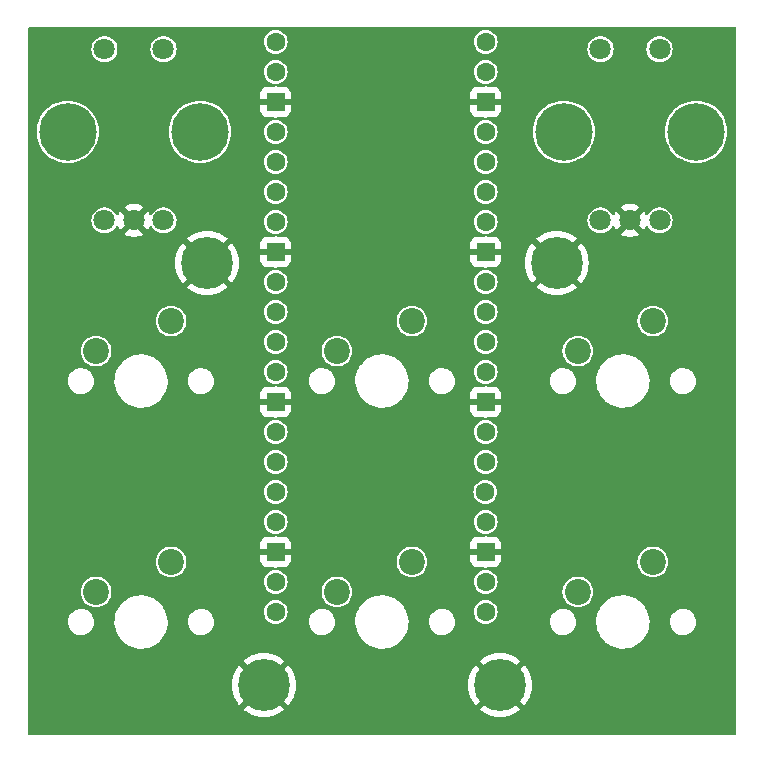
<source format=gtl>
G04 #@! TF.GenerationSoftware,KiCad,Pcbnew,7.0.2*
G04 #@! TF.CreationDate,2023-05-04T11:04:42+02:00*
G04 #@! TF.ProjectId,Macropad,4d616372-6f70-4616-942e-6b696361645f,rev?*
G04 #@! TF.SameCoordinates,Original*
G04 #@! TF.FileFunction,Copper,L1,Top*
G04 #@! TF.FilePolarity,Positive*
%FSLAX46Y46*%
G04 Gerber Fmt 4.6, Leading zero omitted, Abs format (unit mm)*
G04 Created by KiCad (PCBNEW 7.0.2) date 2023-05-04 11:04:42*
%MOMM*%
%LPD*%
G01*
G04 APERTURE LIST*
G04 Aperture macros list*
%AMRoundRect*
0 Rectangle with rounded corners*
0 $1 Rounding radius*
0 $2 $3 $4 $5 $6 $7 $8 $9 X,Y pos of 4 corners*
0 Add a 4 corners polygon primitive as box body*
4,1,4,$2,$3,$4,$5,$6,$7,$8,$9,$2,$3,0*
0 Add four circle primitives for the rounded corners*
1,1,$1+$1,$2,$3*
1,1,$1+$1,$4,$5*
1,1,$1+$1,$6,$7*
1,1,$1+$1,$8,$9*
0 Add four rect primitives between the rounded corners*
20,1,$1+$1,$2,$3,$4,$5,0*
20,1,$1+$1,$4,$5,$6,$7,0*
20,1,$1+$1,$6,$7,$8,$9,0*
20,1,$1+$1,$8,$9,$2,$3,0*%
G04 Aperture macros list end*
G04 #@! TA.AperFunction,ComponentPad*
%ADD10C,1.800000*%
G04 #@! TD*
G04 #@! TA.AperFunction,ComponentPad*
%ADD11C,4.875000*%
G04 #@! TD*
G04 #@! TA.AperFunction,ComponentPad*
%ADD12C,2.200000*%
G04 #@! TD*
G04 #@! TA.AperFunction,ComponentPad*
%ADD13C,0.700000*%
G04 #@! TD*
G04 #@! TA.AperFunction,ComponentPad*
%ADD14C,4.400000*%
G04 #@! TD*
G04 #@! TA.AperFunction,ComponentPad*
%ADD15C,1.600000*%
G04 #@! TD*
G04 #@! TA.AperFunction,ComponentPad*
%ADD16RoundRect,0.200000X0.600000X0.600000X-0.600000X0.600000X-0.600000X-0.600000X0.600000X-0.600000X0*%
G04 #@! TD*
G04 APERTURE END LIST*
D10*
X89500000Y-34900000D03*
X94500000Y-34900000D03*
X89500000Y-49400000D03*
X94500000Y-49400000D03*
X92000000Y-49400000D03*
D11*
X97600000Y-41900000D03*
X86400000Y-41900000D03*
D10*
X47500000Y-34900000D03*
X52500000Y-34900000D03*
X47500000Y-49400000D03*
X52500000Y-49400000D03*
X50000000Y-49400000D03*
D11*
X55600000Y-41900000D03*
X44400000Y-41900000D03*
D12*
X93940000Y-57920000D03*
X87590000Y-60460000D03*
D13*
X79350000Y-88750000D03*
X79833274Y-87583274D03*
X79833274Y-89916726D03*
X81000000Y-87100000D03*
D14*
X81000000Y-88750000D03*
D13*
X81000000Y-90400000D03*
X82166726Y-87583274D03*
X82166726Y-89916726D03*
X82650000Y-88750000D03*
X59350000Y-88750000D03*
X59833274Y-87583274D03*
X59833274Y-89916726D03*
X61000000Y-87100000D03*
D14*
X61000000Y-88750000D03*
D13*
X61000000Y-90400000D03*
X62166726Y-87583274D03*
X62166726Y-89916726D03*
X62650000Y-88750000D03*
D12*
X53140000Y-78320000D03*
X46790000Y-80860000D03*
X73540000Y-57920000D03*
X67190000Y-60460000D03*
X73540000Y-78320000D03*
X67190000Y-80860000D03*
X93940000Y-78320000D03*
X87590000Y-80860000D03*
D13*
X84150000Y-53000000D03*
X84633274Y-51833274D03*
X84633274Y-54166726D03*
X85800000Y-51350000D03*
D14*
X85800000Y-53000000D03*
D13*
X85800000Y-54650000D03*
X86966726Y-51833274D03*
X86966726Y-54166726D03*
X87450000Y-53000000D03*
X54550000Y-53000000D03*
X55033274Y-51833274D03*
X55033274Y-54166726D03*
X56200000Y-51350000D03*
D14*
X56200000Y-53000000D03*
D13*
X56200000Y-54650000D03*
X57366726Y-51833274D03*
X57366726Y-54166726D03*
X57850000Y-53000000D03*
D12*
X53140000Y-57920000D03*
X46790000Y-60460000D03*
D15*
X79780000Y-34290000D03*
X79780000Y-36830000D03*
D16*
X79780000Y-39370000D03*
D15*
X79780000Y-41910000D03*
X79780000Y-44450000D03*
X79780000Y-46990000D03*
X79780000Y-49530000D03*
D16*
X79780000Y-52070000D03*
D15*
X79780000Y-54610000D03*
X79780000Y-57150000D03*
X79780000Y-59690000D03*
X79780000Y-62230000D03*
D16*
X79780000Y-64770000D03*
D15*
X79780000Y-67310000D03*
X79780000Y-69850000D03*
X79738119Y-72390000D03*
X79780000Y-74930000D03*
D16*
X79780000Y-77470000D03*
D15*
X79780000Y-80010000D03*
X79780000Y-82550000D03*
X62000000Y-82550000D03*
X62000000Y-80010000D03*
D16*
X62000000Y-77470000D03*
D15*
X62000000Y-74930000D03*
X62000000Y-72390000D03*
X62000000Y-69850000D03*
X62000000Y-67310000D03*
D16*
X62000000Y-64770000D03*
D15*
X62000000Y-62230000D03*
X62000000Y-59690000D03*
X62000000Y-57150000D03*
X62000000Y-54610000D03*
D16*
X62000000Y-52070000D03*
D15*
X62000000Y-49530000D03*
X62000000Y-46990000D03*
X62000000Y-44450000D03*
X62000000Y-41910000D03*
D16*
X62000000Y-39370000D03*
D15*
X62000000Y-36830000D03*
X62000000Y-34290000D03*
G04 #@! TA.AperFunction,Conductor*
G36*
X100942539Y-33040185D02*
G01*
X100988294Y-33092989D01*
X100999500Y-33144500D01*
X100999500Y-92875500D01*
X100979815Y-92942539D01*
X100927011Y-92988294D01*
X100875500Y-92999500D01*
X41124500Y-92999500D01*
X41057461Y-92979815D01*
X41011706Y-92927011D01*
X41000500Y-92875500D01*
X41000500Y-88753736D01*
X58295291Y-88753736D01*
X58314560Y-89072302D01*
X58315462Y-89079732D01*
X58372990Y-89393651D01*
X58374778Y-89400907D01*
X58469729Y-89705613D01*
X58472374Y-89712589D01*
X58603362Y-90003631D01*
X58606836Y-90010251D01*
X58771945Y-90283373D01*
X58776191Y-90289525D01*
X58921477Y-90474968D01*
X59434070Y-89962375D01*
X59633274Y-89962375D01*
X59672887Y-90044631D01*
X59744266Y-90101553D01*
X59810742Y-90116726D01*
X59855806Y-90116726D01*
X59922282Y-90101553D01*
X59993661Y-90044631D01*
X60033274Y-89962375D01*
X60033274Y-89871077D01*
X59993661Y-89788821D01*
X59922282Y-89731899D01*
X59855806Y-89716726D01*
X59810742Y-89716726D01*
X59744266Y-89731899D01*
X59672887Y-89788821D01*
X59633274Y-89871077D01*
X59633274Y-89962375D01*
X59434070Y-89962375D01*
X60064211Y-89332235D01*
X60164894Y-89473624D01*
X60316932Y-89618592D01*
X60419222Y-89684330D01*
X59275030Y-90828521D01*
X59275030Y-90828522D01*
X59460474Y-90973808D01*
X59466626Y-90978054D01*
X59739748Y-91143163D01*
X59746368Y-91146637D01*
X60037410Y-91277625D01*
X60044386Y-91280270D01*
X60349092Y-91375221D01*
X60356348Y-91377009D01*
X60670267Y-91434537D01*
X60677697Y-91435439D01*
X60996264Y-91454709D01*
X61003736Y-91454709D01*
X61322302Y-91435439D01*
X61329732Y-91434537D01*
X61643651Y-91377009D01*
X61650907Y-91375221D01*
X61955613Y-91280270D01*
X61962589Y-91277625D01*
X62253631Y-91146637D01*
X62260251Y-91143163D01*
X62533369Y-90978057D01*
X62539524Y-90973808D01*
X62724968Y-90828522D01*
X62724968Y-90828521D01*
X61858822Y-89962375D01*
X61966726Y-89962375D01*
X62006339Y-90044631D01*
X62077718Y-90101553D01*
X62144194Y-90116726D01*
X62189258Y-90116726D01*
X62255734Y-90101553D01*
X62327113Y-90044631D01*
X62366726Y-89962375D01*
X62366726Y-89871077D01*
X62327113Y-89788821D01*
X62255734Y-89731899D01*
X62189258Y-89716726D01*
X62144194Y-89716726D01*
X62077718Y-89731899D01*
X62006339Y-89788821D01*
X61966726Y-89871077D01*
X61966726Y-89962375D01*
X61858822Y-89962375D01*
X61583306Y-89686859D01*
X61597410Y-89679589D01*
X61762540Y-89549729D01*
X61900110Y-89390965D01*
X61934665Y-89331113D01*
X63078521Y-90474968D01*
X63078522Y-90474968D01*
X63223808Y-90289524D01*
X63228057Y-90283369D01*
X63393163Y-90010251D01*
X63396637Y-90003631D01*
X63527625Y-89712589D01*
X63530270Y-89705613D01*
X63625221Y-89400907D01*
X63627009Y-89393651D01*
X63684537Y-89079732D01*
X63685439Y-89072302D01*
X63704709Y-88753736D01*
X78295291Y-88753736D01*
X78314560Y-89072302D01*
X78315462Y-89079732D01*
X78372990Y-89393651D01*
X78374778Y-89400907D01*
X78469729Y-89705613D01*
X78472374Y-89712589D01*
X78603362Y-90003631D01*
X78606836Y-90010251D01*
X78771945Y-90283373D01*
X78776191Y-90289525D01*
X78921477Y-90474968D01*
X79434070Y-89962375D01*
X79633274Y-89962375D01*
X79672887Y-90044631D01*
X79744266Y-90101553D01*
X79810742Y-90116726D01*
X79855806Y-90116726D01*
X79922282Y-90101553D01*
X79993661Y-90044631D01*
X80033274Y-89962375D01*
X80033274Y-89871077D01*
X79993661Y-89788821D01*
X79922282Y-89731899D01*
X79855806Y-89716726D01*
X79810742Y-89716726D01*
X79744266Y-89731899D01*
X79672887Y-89788821D01*
X79633274Y-89871077D01*
X79633274Y-89962375D01*
X79434070Y-89962375D01*
X80064210Y-89332234D01*
X80164894Y-89473624D01*
X80316932Y-89618592D01*
X80419222Y-89684330D01*
X79275030Y-90828521D01*
X79275030Y-90828522D01*
X79460474Y-90973808D01*
X79466626Y-90978054D01*
X79739748Y-91143163D01*
X79746368Y-91146637D01*
X80037410Y-91277625D01*
X80044386Y-91280270D01*
X80349092Y-91375221D01*
X80356348Y-91377009D01*
X80670267Y-91434537D01*
X80677697Y-91435439D01*
X80996264Y-91454709D01*
X81003736Y-91454709D01*
X81322302Y-91435439D01*
X81329732Y-91434537D01*
X81643651Y-91377009D01*
X81650907Y-91375221D01*
X81955613Y-91280270D01*
X81962589Y-91277625D01*
X82253631Y-91146637D01*
X82260251Y-91143163D01*
X82533369Y-90978057D01*
X82539524Y-90973808D01*
X82724968Y-90828522D01*
X82724968Y-90828521D01*
X81858822Y-89962375D01*
X81966726Y-89962375D01*
X82006339Y-90044631D01*
X82077718Y-90101553D01*
X82144194Y-90116726D01*
X82189258Y-90116726D01*
X82255734Y-90101553D01*
X82327113Y-90044631D01*
X82366726Y-89962375D01*
X82366726Y-89871077D01*
X82327113Y-89788821D01*
X82255734Y-89731899D01*
X82189258Y-89716726D01*
X82144194Y-89716726D01*
X82077718Y-89731899D01*
X82006339Y-89788821D01*
X81966726Y-89871077D01*
X81966726Y-89962375D01*
X81858822Y-89962375D01*
X81583306Y-89686859D01*
X81597410Y-89679589D01*
X81762540Y-89549729D01*
X81900110Y-89390965D01*
X81934665Y-89331112D01*
X83078521Y-90474968D01*
X83078522Y-90474968D01*
X83223808Y-90289524D01*
X83228057Y-90283369D01*
X83393163Y-90010251D01*
X83396637Y-90003631D01*
X83527625Y-89712589D01*
X83530270Y-89705613D01*
X83625221Y-89400907D01*
X83627009Y-89393651D01*
X83684537Y-89079732D01*
X83685439Y-89072302D01*
X83704709Y-88753736D01*
X83704709Y-88746263D01*
X83685439Y-88427697D01*
X83684537Y-88420267D01*
X83627009Y-88106348D01*
X83625221Y-88099092D01*
X83530270Y-87794386D01*
X83527625Y-87787410D01*
X83396637Y-87496368D01*
X83393163Y-87489748D01*
X83228054Y-87216626D01*
X83223808Y-87210474D01*
X83078521Y-87025030D01*
X81935788Y-88167763D01*
X81835106Y-88026376D01*
X81683068Y-87881408D01*
X81580777Y-87815669D01*
X81767523Y-87628923D01*
X81966726Y-87628923D01*
X82006339Y-87711179D01*
X82077718Y-87768101D01*
X82144194Y-87783274D01*
X82189258Y-87783274D01*
X82255734Y-87768101D01*
X82327113Y-87711179D01*
X82366726Y-87628923D01*
X82366726Y-87537625D01*
X82327113Y-87455369D01*
X82255734Y-87398447D01*
X82189258Y-87383274D01*
X82144194Y-87383274D01*
X82077718Y-87398447D01*
X82006339Y-87455369D01*
X81966726Y-87537625D01*
X81966726Y-87628923D01*
X81767523Y-87628923D01*
X82724968Y-86671477D01*
X82724968Y-86671476D01*
X82539525Y-86526191D01*
X82533373Y-86521945D01*
X82260251Y-86356836D01*
X82253631Y-86353362D01*
X81962589Y-86222374D01*
X81955613Y-86219729D01*
X81650907Y-86124778D01*
X81643651Y-86122990D01*
X81329732Y-86065462D01*
X81322302Y-86064560D01*
X81003736Y-86045291D01*
X80996264Y-86045291D01*
X80677697Y-86064560D01*
X80670267Y-86065462D01*
X80356348Y-86122990D01*
X80349092Y-86124778D01*
X80044386Y-86219729D01*
X80037410Y-86222374D01*
X79746368Y-86353362D01*
X79739748Y-86356836D01*
X79466626Y-86521945D01*
X79460474Y-86526191D01*
X79275030Y-86671476D01*
X79275030Y-86671477D01*
X80416693Y-87813140D01*
X80402590Y-87820411D01*
X80237460Y-87950271D01*
X80099890Y-88109035D01*
X80065334Y-88168887D01*
X79525370Y-87628923D01*
X79633274Y-87628923D01*
X79672887Y-87711179D01*
X79744266Y-87768101D01*
X79810742Y-87783274D01*
X79855806Y-87783274D01*
X79922282Y-87768101D01*
X79993661Y-87711179D01*
X80033274Y-87628923D01*
X80033274Y-87537625D01*
X79993661Y-87455369D01*
X79922282Y-87398447D01*
X79855806Y-87383274D01*
X79810742Y-87383274D01*
X79744266Y-87398447D01*
X79672887Y-87455369D01*
X79633274Y-87537625D01*
X79633274Y-87628923D01*
X79525370Y-87628923D01*
X78921477Y-87025030D01*
X78921476Y-87025030D01*
X78776191Y-87210474D01*
X78771945Y-87216626D01*
X78606836Y-87489748D01*
X78603362Y-87496368D01*
X78472374Y-87787410D01*
X78469729Y-87794386D01*
X78374778Y-88099092D01*
X78372990Y-88106348D01*
X78315462Y-88420267D01*
X78314560Y-88427697D01*
X78295291Y-88746263D01*
X78295291Y-88753736D01*
X63704709Y-88753736D01*
X63704709Y-88746263D01*
X63685439Y-88427697D01*
X63684537Y-88420267D01*
X63627009Y-88106348D01*
X63625221Y-88099092D01*
X63530270Y-87794386D01*
X63527625Y-87787410D01*
X63396637Y-87496368D01*
X63393163Y-87489748D01*
X63228054Y-87216626D01*
X63223808Y-87210474D01*
X63078521Y-87025030D01*
X61935787Y-88167763D01*
X61835106Y-88026376D01*
X61683068Y-87881408D01*
X61580777Y-87815669D01*
X61767523Y-87628923D01*
X61966726Y-87628923D01*
X62006339Y-87711179D01*
X62077718Y-87768101D01*
X62144194Y-87783274D01*
X62189258Y-87783274D01*
X62255734Y-87768101D01*
X62327113Y-87711179D01*
X62366726Y-87628923D01*
X62366726Y-87537625D01*
X62327113Y-87455369D01*
X62255734Y-87398447D01*
X62189258Y-87383274D01*
X62144194Y-87383274D01*
X62077718Y-87398447D01*
X62006339Y-87455369D01*
X61966726Y-87537625D01*
X61966726Y-87628923D01*
X61767523Y-87628923D01*
X62724968Y-86671477D01*
X62724968Y-86671476D01*
X62539525Y-86526191D01*
X62533373Y-86521945D01*
X62260251Y-86356836D01*
X62253631Y-86353362D01*
X61962589Y-86222374D01*
X61955613Y-86219729D01*
X61650907Y-86124778D01*
X61643651Y-86122990D01*
X61329732Y-86065462D01*
X61322302Y-86064560D01*
X61003736Y-86045291D01*
X60996264Y-86045291D01*
X60677697Y-86064560D01*
X60670267Y-86065462D01*
X60356348Y-86122990D01*
X60349092Y-86124778D01*
X60044386Y-86219729D01*
X60037410Y-86222374D01*
X59746368Y-86353362D01*
X59739748Y-86356836D01*
X59466626Y-86521945D01*
X59460474Y-86526191D01*
X59275030Y-86671476D01*
X59275030Y-86671477D01*
X60416693Y-87813140D01*
X60402590Y-87820411D01*
X60237460Y-87950271D01*
X60099890Y-88109035D01*
X60065334Y-88168887D01*
X59525370Y-87628923D01*
X59633274Y-87628923D01*
X59672887Y-87711179D01*
X59744266Y-87768101D01*
X59810742Y-87783274D01*
X59855806Y-87783274D01*
X59922282Y-87768101D01*
X59993661Y-87711179D01*
X60033274Y-87628923D01*
X60033274Y-87537625D01*
X59993661Y-87455369D01*
X59922282Y-87398447D01*
X59855806Y-87383274D01*
X59810742Y-87383274D01*
X59744266Y-87398447D01*
X59672887Y-87455369D01*
X59633274Y-87537625D01*
X59633274Y-87628923D01*
X59525370Y-87628923D01*
X58921477Y-87025030D01*
X58921476Y-87025030D01*
X58776191Y-87210474D01*
X58771945Y-87216626D01*
X58606836Y-87489748D01*
X58603362Y-87496368D01*
X58472374Y-87787410D01*
X58469729Y-87794386D01*
X58374778Y-88099092D01*
X58372990Y-88106348D01*
X58315462Y-88420267D01*
X58314560Y-88427697D01*
X58295291Y-88746263D01*
X58295291Y-88753736D01*
X41000500Y-88753736D01*
X41000500Y-83347398D01*
X44415746Y-83347398D01*
X44420757Y-83452602D01*
X44425746Y-83557330D01*
X44475297Y-83761580D01*
X44562602Y-83952752D01*
X44647612Y-84072130D01*
X44684514Y-84123952D01*
X44836622Y-84268986D01*
X44908964Y-84315478D01*
X45013425Y-84382612D01*
X45052580Y-84398287D01*
X45208543Y-84460725D01*
X45337233Y-84485528D01*
X45414914Y-84500500D01*
X45414915Y-84500500D01*
X45569471Y-84500500D01*
X45572425Y-84500500D01*
X45575376Y-84500218D01*
X45575380Y-84500218D01*
X45632644Y-84494749D01*
X45729218Y-84485528D01*
X45930875Y-84426316D01*
X46117682Y-84330011D01*
X46282886Y-84200092D01*
X46420519Y-84041256D01*
X46525604Y-83859244D01*
X46594344Y-83660633D01*
X46620981Y-83475369D01*
X48345723Y-83475369D01*
X48346137Y-83479490D01*
X48346138Y-83479501D01*
X48375466Y-83771034D01*
X48375467Y-83771044D01*
X48375882Y-83775162D01*
X48445731Y-84068261D01*
X48554023Y-84349434D01*
X48556007Y-84353055D01*
X48556013Y-84353067D01*
X48636809Y-84500500D01*
X48698825Y-84613665D01*
X48701281Y-84616998D01*
X48701284Y-84617003D01*
X48792722Y-84741103D01*
X48877554Y-84856238D01*
X49087020Y-85072824D01*
X49206737Y-85167363D01*
X49320230Y-85256988D01*
X49320234Y-85256990D01*
X49323485Y-85259558D01*
X49582730Y-85413109D01*
X49586534Y-85414722D01*
X49586538Y-85414724D01*
X49691578Y-85459264D01*
X49860128Y-85530736D01*
X50150729Y-85610340D01*
X50449347Y-85650500D01*
X50453488Y-85650500D01*
X50673162Y-85650500D01*
X50675244Y-85650500D01*
X50900634Y-85635412D01*
X51195903Y-85575396D01*
X51480537Y-85476560D01*
X51749459Y-85340668D01*
X51997869Y-85170144D01*
X52221333Y-84968032D01*
X52415865Y-84737939D01*
X52577993Y-84483970D01*
X52704823Y-84210658D01*
X52794093Y-83922879D01*
X52844209Y-83625770D01*
X52853516Y-83347398D01*
X54575746Y-83347398D01*
X54580757Y-83452602D01*
X54585746Y-83557330D01*
X54635297Y-83761580D01*
X54722602Y-83952752D01*
X54807612Y-84072130D01*
X54844514Y-84123952D01*
X54996622Y-84268986D01*
X55068964Y-84315478D01*
X55173425Y-84382612D01*
X55212580Y-84398287D01*
X55368543Y-84460725D01*
X55497233Y-84485528D01*
X55574914Y-84500500D01*
X55574915Y-84500500D01*
X55729471Y-84500500D01*
X55732425Y-84500500D01*
X55735376Y-84500218D01*
X55735380Y-84500218D01*
X55792644Y-84494749D01*
X55889218Y-84485528D01*
X56090875Y-84426316D01*
X56277682Y-84330011D01*
X56442886Y-84200092D01*
X56580519Y-84041256D01*
X56685604Y-83859244D01*
X56754344Y-83660633D01*
X56784254Y-83452602D01*
X56774254Y-83242670D01*
X56724704Y-83038424D01*
X56724702Y-83038419D01*
X56637397Y-82847247D01*
X56515487Y-82676050D01*
X56515486Y-82676048D01*
X56383289Y-82549999D01*
X60994659Y-82549999D01*
X61013976Y-82746133D01*
X61071185Y-82934726D01*
X61126613Y-83038424D01*
X61164090Y-83108538D01*
X61289117Y-83260883D01*
X61441462Y-83385910D01*
X61615273Y-83478814D01*
X61803868Y-83536024D01*
X62000000Y-83555341D01*
X62196132Y-83536024D01*
X62384727Y-83478814D01*
X62558538Y-83385910D01*
X62605465Y-83347398D01*
X64815746Y-83347398D01*
X64820757Y-83452602D01*
X64825746Y-83557330D01*
X64875297Y-83761580D01*
X64962602Y-83952752D01*
X65047612Y-84072130D01*
X65084514Y-84123952D01*
X65236622Y-84268986D01*
X65308964Y-84315478D01*
X65413425Y-84382612D01*
X65452580Y-84398287D01*
X65608543Y-84460725D01*
X65737233Y-84485528D01*
X65814914Y-84500500D01*
X65814915Y-84500500D01*
X65969471Y-84500500D01*
X65972425Y-84500500D01*
X65975376Y-84500218D01*
X65975380Y-84500218D01*
X66032644Y-84494749D01*
X66129218Y-84485528D01*
X66330875Y-84426316D01*
X66517682Y-84330011D01*
X66682886Y-84200092D01*
X66820519Y-84041256D01*
X66925604Y-83859244D01*
X66994344Y-83660633D01*
X67020981Y-83475369D01*
X68745723Y-83475369D01*
X68746137Y-83479490D01*
X68746138Y-83479501D01*
X68775466Y-83771034D01*
X68775467Y-83771044D01*
X68775882Y-83775162D01*
X68845731Y-84068261D01*
X68954023Y-84349434D01*
X68956007Y-84353055D01*
X68956013Y-84353067D01*
X69036809Y-84500500D01*
X69098825Y-84613665D01*
X69101281Y-84616998D01*
X69101284Y-84617003D01*
X69192722Y-84741103D01*
X69277554Y-84856238D01*
X69487020Y-85072824D01*
X69606737Y-85167363D01*
X69720230Y-85256988D01*
X69720234Y-85256990D01*
X69723485Y-85259558D01*
X69982730Y-85413109D01*
X69986534Y-85414722D01*
X69986538Y-85414724D01*
X70091578Y-85459264D01*
X70260128Y-85530736D01*
X70550729Y-85610340D01*
X70849347Y-85650500D01*
X70853488Y-85650500D01*
X71073162Y-85650500D01*
X71075244Y-85650500D01*
X71300634Y-85635412D01*
X71595903Y-85575396D01*
X71880537Y-85476560D01*
X72149459Y-85340668D01*
X72397869Y-85170144D01*
X72621333Y-84968032D01*
X72815865Y-84737939D01*
X72977993Y-84483970D01*
X73104823Y-84210658D01*
X73194093Y-83922879D01*
X73244209Y-83625770D01*
X73253516Y-83347398D01*
X74975746Y-83347398D01*
X74980757Y-83452602D01*
X74985746Y-83557330D01*
X75035297Y-83761580D01*
X75122602Y-83952752D01*
X75207612Y-84072130D01*
X75244514Y-84123952D01*
X75396622Y-84268986D01*
X75468964Y-84315478D01*
X75573425Y-84382612D01*
X75612580Y-84398287D01*
X75768543Y-84460725D01*
X75897233Y-84485528D01*
X75974914Y-84500500D01*
X75974915Y-84500500D01*
X76129471Y-84500500D01*
X76132425Y-84500500D01*
X76135376Y-84500218D01*
X76135380Y-84500218D01*
X76192644Y-84494749D01*
X76289218Y-84485528D01*
X76490875Y-84426316D01*
X76677682Y-84330011D01*
X76842886Y-84200092D01*
X76980519Y-84041256D01*
X77085604Y-83859244D01*
X77154344Y-83660633D01*
X77184254Y-83452602D01*
X77174254Y-83242670D01*
X77124704Y-83038424D01*
X77124702Y-83038419D01*
X77037397Y-82847247D01*
X76915487Y-82676050D01*
X76915486Y-82676048D01*
X76783289Y-82549999D01*
X78774659Y-82549999D01*
X78793976Y-82746133D01*
X78851185Y-82934726D01*
X78906613Y-83038424D01*
X78944090Y-83108538D01*
X79069117Y-83260883D01*
X79221462Y-83385910D01*
X79395273Y-83478814D01*
X79583868Y-83536024D01*
X79780000Y-83555341D01*
X79976132Y-83536024D01*
X80164727Y-83478814D01*
X80338538Y-83385910D01*
X80385465Y-83347398D01*
X85215746Y-83347398D01*
X85220757Y-83452602D01*
X85225746Y-83557330D01*
X85275297Y-83761580D01*
X85362602Y-83952752D01*
X85447612Y-84072130D01*
X85484514Y-84123952D01*
X85636622Y-84268986D01*
X85708964Y-84315478D01*
X85813425Y-84382612D01*
X85852580Y-84398287D01*
X86008543Y-84460725D01*
X86137233Y-84485528D01*
X86214914Y-84500500D01*
X86214915Y-84500500D01*
X86369471Y-84500500D01*
X86372425Y-84500500D01*
X86375376Y-84500218D01*
X86375380Y-84500218D01*
X86432644Y-84494749D01*
X86529218Y-84485528D01*
X86730875Y-84426316D01*
X86917682Y-84330011D01*
X87082886Y-84200092D01*
X87220519Y-84041256D01*
X87325604Y-83859244D01*
X87394344Y-83660633D01*
X87420981Y-83475369D01*
X89145723Y-83475369D01*
X89146137Y-83479490D01*
X89146138Y-83479501D01*
X89175466Y-83771034D01*
X89175467Y-83771044D01*
X89175882Y-83775162D01*
X89245731Y-84068261D01*
X89354023Y-84349434D01*
X89356007Y-84353055D01*
X89356013Y-84353067D01*
X89436809Y-84500500D01*
X89498825Y-84613665D01*
X89501281Y-84616998D01*
X89501284Y-84617003D01*
X89592722Y-84741103D01*
X89677554Y-84856238D01*
X89887020Y-85072824D01*
X90006737Y-85167363D01*
X90120230Y-85256988D01*
X90120234Y-85256990D01*
X90123485Y-85259558D01*
X90382730Y-85413109D01*
X90386534Y-85414722D01*
X90386538Y-85414724D01*
X90491578Y-85459264D01*
X90660128Y-85530736D01*
X90950729Y-85610340D01*
X91249347Y-85650500D01*
X91253488Y-85650500D01*
X91473162Y-85650500D01*
X91475244Y-85650500D01*
X91700634Y-85635412D01*
X91995903Y-85575396D01*
X92280537Y-85476560D01*
X92549459Y-85340668D01*
X92797869Y-85170144D01*
X93021333Y-84968032D01*
X93215865Y-84737939D01*
X93377993Y-84483970D01*
X93504823Y-84210658D01*
X93594093Y-83922879D01*
X93644209Y-83625770D01*
X93653516Y-83347398D01*
X95375746Y-83347398D01*
X95380757Y-83452602D01*
X95385746Y-83557330D01*
X95435297Y-83761580D01*
X95522602Y-83952752D01*
X95607612Y-84072130D01*
X95644514Y-84123952D01*
X95796622Y-84268986D01*
X95868964Y-84315478D01*
X95973425Y-84382612D01*
X96012580Y-84398287D01*
X96168543Y-84460725D01*
X96297233Y-84485528D01*
X96374914Y-84500500D01*
X96374915Y-84500500D01*
X96529471Y-84500500D01*
X96532425Y-84500500D01*
X96535376Y-84500218D01*
X96535380Y-84500218D01*
X96592644Y-84494749D01*
X96689218Y-84485528D01*
X96890875Y-84426316D01*
X97077682Y-84330011D01*
X97242886Y-84200092D01*
X97380519Y-84041256D01*
X97485604Y-83859244D01*
X97554344Y-83660633D01*
X97584254Y-83452602D01*
X97574254Y-83242670D01*
X97524704Y-83038424D01*
X97524702Y-83038419D01*
X97437397Y-82847247D01*
X97315487Y-82676050D01*
X97315486Y-82676048D01*
X97163378Y-82531014D01*
X97131257Y-82510371D01*
X96986574Y-82417387D01*
X96827904Y-82353866D01*
X96791457Y-82339275D01*
X96791456Y-82339274D01*
X96791454Y-82339274D01*
X96585086Y-82299500D01*
X96585085Y-82299500D01*
X96427575Y-82299500D01*
X96424645Y-82299779D01*
X96424619Y-82299781D01*
X96270784Y-82314471D01*
X96069126Y-82373683D01*
X95882315Y-82469990D01*
X95717115Y-82599906D01*
X95579479Y-82758745D01*
X95474396Y-82940754D01*
X95405655Y-83139366D01*
X95379019Y-83324631D01*
X95375746Y-83347398D01*
X93653516Y-83347398D01*
X93654277Y-83324631D01*
X93624118Y-83024838D01*
X93554269Y-82731739D01*
X93445977Y-82450566D01*
X93427794Y-82417387D01*
X93374307Y-82319785D01*
X93301175Y-82186335D01*
X93285656Y-82165273D01*
X93157592Y-81991463D01*
X93122446Y-81943762D01*
X92912980Y-81727176D01*
X92778763Y-81621186D01*
X92679769Y-81543011D01*
X92679762Y-81543006D01*
X92676515Y-81540442D01*
X92672954Y-81538332D01*
X92672947Y-81538328D01*
X92420831Y-81389000D01*
X92420828Y-81388998D01*
X92417270Y-81386891D01*
X92413471Y-81385280D01*
X92413461Y-81385275D01*
X92143681Y-81270879D01*
X92143678Y-81270878D01*
X92139872Y-81269264D01*
X92135885Y-81268172D01*
X92135877Y-81268169D01*
X91853278Y-81190757D01*
X91853269Y-81190755D01*
X91849271Y-81189660D01*
X91845164Y-81189107D01*
X91845156Y-81189106D01*
X91554754Y-81150051D01*
X91554746Y-81150050D01*
X91550653Y-81149500D01*
X91324756Y-81149500D01*
X91322682Y-81149638D01*
X91322677Y-81149639D01*
X91103498Y-81164311D01*
X91103492Y-81164311D01*
X91099366Y-81164588D01*
X91095309Y-81165412D01*
X91095306Y-81165413D01*
X90808165Y-81223777D01*
X90808162Y-81223777D01*
X90804097Y-81224604D01*
X90800183Y-81225963D01*
X90800176Y-81225965D01*
X90523375Y-81322081D01*
X90523367Y-81322084D01*
X90519463Y-81323440D01*
X90515771Y-81325305D01*
X90515763Y-81325309D01*
X90254242Y-81457461D01*
X90254232Y-81457466D01*
X90250541Y-81459332D01*
X90247130Y-81461672D01*
X90247124Y-81461677D01*
X90005548Y-81627509D01*
X90005534Y-81627519D01*
X90002131Y-81629856D01*
X89999066Y-81632627D01*
X89999056Y-81632636D01*
X89781741Y-81829187D01*
X89781735Y-81829192D01*
X89778667Y-81831968D01*
X89775998Y-81835123D01*
X89775991Y-81835132D01*
X89586810Y-82058896D01*
X89586804Y-82058903D01*
X89584135Y-82062061D01*
X89581912Y-82065542D01*
X89581904Y-82065554D01*
X89424233Y-82312542D01*
X89424229Y-82312549D01*
X89422007Y-82316030D01*
X89420267Y-82319779D01*
X89420264Y-82319785D01*
X89296922Y-82585580D01*
X89296918Y-82585589D01*
X89295177Y-82589342D01*
X89293951Y-82593291D01*
X89293949Y-82593299D01*
X89215174Y-82847247D01*
X89205907Y-82877121D01*
X89205218Y-82881199D01*
X89205218Y-82881204D01*
X89156479Y-83170150D01*
X89155791Y-83174230D01*
X89155653Y-83178353D01*
X89155652Y-83178365D01*
X89145861Y-83471222D01*
X89145861Y-83471231D01*
X89145723Y-83475369D01*
X87420981Y-83475369D01*
X87424254Y-83452602D01*
X87414254Y-83242670D01*
X87364704Y-83038424D01*
X87364702Y-83038419D01*
X87277397Y-82847247D01*
X87155487Y-82676050D01*
X87155486Y-82676048D01*
X87003378Y-82531014D01*
X86971257Y-82510371D01*
X86826574Y-82417387D01*
X86667904Y-82353866D01*
X86631457Y-82339275D01*
X86631456Y-82339274D01*
X86631454Y-82339274D01*
X86425086Y-82299500D01*
X86425085Y-82299500D01*
X86267575Y-82299500D01*
X86264645Y-82299779D01*
X86264619Y-82299781D01*
X86110784Y-82314471D01*
X85909126Y-82373683D01*
X85722315Y-82469990D01*
X85557115Y-82599906D01*
X85419479Y-82758745D01*
X85314396Y-82940754D01*
X85245655Y-83139366D01*
X85219019Y-83324631D01*
X85215746Y-83347398D01*
X80385465Y-83347398D01*
X80490883Y-83260883D01*
X80615910Y-83108538D01*
X80708814Y-82934727D01*
X80766024Y-82746132D01*
X80785341Y-82550000D01*
X80766024Y-82353868D01*
X80708814Y-82165273D01*
X80615910Y-81991462D01*
X80490883Y-81839117D01*
X80338538Y-81714090D01*
X80310567Y-81699139D01*
X80164726Y-81621185D01*
X79976133Y-81563976D01*
X79780000Y-81544659D01*
X79583866Y-81563976D01*
X79395273Y-81621185D01*
X79221463Y-81714089D01*
X79069117Y-81839117D01*
X78944089Y-81991463D01*
X78851185Y-82165273D01*
X78793976Y-82353866D01*
X78774659Y-82549999D01*
X76783289Y-82549999D01*
X76763378Y-82531014D01*
X76731257Y-82510371D01*
X76586574Y-82417387D01*
X76427904Y-82353866D01*
X76391457Y-82339275D01*
X76391456Y-82339274D01*
X76391454Y-82339274D01*
X76185086Y-82299500D01*
X76185085Y-82299500D01*
X76027575Y-82299500D01*
X76024645Y-82299779D01*
X76024619Y-82299781D01*
X75870784Y-82314471D01*
X75669126Y-82373683D01*
X75482315Y-82469990D01*
X75317115Y-82599906D01*
X75179479Y-82758745D01*
X75074396Y-82940754D01*
X75005655Y-83139366D01*
X74979019Y-83324631D01*
X74975746Y-83347398D01*
X73253516Y-83347398D01*
X73254277Y-83324631D01*
X73224118Y-83024838D01*
X73154269Y-82731739D01*
X73045977Y-82450566D01*
X73027794Y-82417387D01*
X72974307Y-82319785D01*
X72901175Y-82186335D01*
X72885656Y-82165273D01*
X72757592Y-81991463D01*
X72722446Y-81943762D01*
X72512980Y-81727176D01*
X72378763Y-81621186D01*
X72279769Y-81543011D01*
X72279762Y-81543006D01*
X72276515Y-81540442D01*
X72272954Y-81538332D01*
X72272947Y-81538328D01*
X72020831Y-81389000D01*
X72020828Y-81388998D01*
X72017270Y-81386891D01*
X72013471Y-81385280D01*
X72013461Y-81385275D01*
X71743681Y-81270879D01*
X71743678Y-81270878D01*
X71739872Y-81269264D01*
X71735885Y-81268172D01*
X71735877Y-81268169D01*
X71453278Y-81190757D01*
X71453269Y-81190755D01*
X71449271Y-81189660D01*
X71445164Y-81189107D01*
X71445156Y-81189106D01*
X71154754Y-81150051D01*
X71154746Y-81150050D01*
X71150653Y-81149500D01*
X70924756Y-81149500D01*
X70922682Y-81149638D01*
X70922677Y-81149639D01*
X70703498Y-81164311D01*
X70703492Y-81164311D01*
X70699366Y-81164588D01*
X70695309Y-81165412D01*
X70695306Y-81165413D01*
X70408165Y-81223777D01*
X70408162Y-81223777D01*
X70404097Y-81224604D01*
X70400183Y-81225963D01*
X70400176Y-81225965D01*
X70123375Y-81322081D01*
X70123367Y-81322084D01*
X70119463Y-81323440D01*
X70115771Y-81325305D01*
X70115763Y-81325309D01*
X69854242Y-81457461D01*
X69854232Y-81457466D01*
X69850541Y-81459332D01*
X69847130Y-81461672D01*
X69847124Y-81461677D01*
X69605548Y-81627509D01*
X69605534Y-81627519D01*
X69602131Y-81629856D01*
X69599066Y-81632627D01*
X69599056Y-81632636D01*
X69381741Y-81829187D01*
X69381735Y-81829192D01*
X69378667Y-81831968D01*
X69375998Y-81835123D01*
X69375991Y-81835132D01*
X69186810Y-82058896D01*
X69186804Y-82058903D01*
X69184135Y-82062061D01*
X69181912Y-82065542D01*
X69181904Y-82065554D01*
X69024233Y-82312542D01*
X69024229Y-82312549D01*
X69022007Y-82316030D01*
X69020267Y-82319779D01*
X69020264Y-82319785D01*
X68896922Y-82585580D01*
X68896918Y-82585589D01*
X68895177Y-82589342D01*
X68893951Y-82593291D01*
X68893949Y-82593299D01*
X68815174Y-82847247D01*
X68805907Y-82877121D01*
X68805218Y-82881199D01*
X68805218Y-82881204D01*
X68756479Y-83170150D01*
X68755791Y-83174230D01*
X68755653Y-83178353D01*
X68755652Y-83178365D01*
X68745861Y-83471222D01*
X68745861Y-83471231D01*
X68745723Y-83475369D01*
X67020981Y-83475369D01*
X67024254Y-83452602D01*
X67014254Y-83242670D01*
X66964704Y-83038424D01*
X66964702Y-83038419D01*
X66877397Y-82847247D01*
X66755487Y-82676050D01*
X66755486Y-82676048D01*
X66603378Y-82531014D01*
X66571257Y-82510371D01*
X66426574Y-82417387D01*
X66267904Y-82353866D01*
X66231457Y-82339275D01*
X66231456Y-82339274D01*
X66231454Y-82339274D01*
X66025086Y-82299500D01*
X66025085Y-82299500D01*
X65867575Y-82299500D01*
X65864645Y-82299779D01*
X65864619Y-82299781D01*
X65710784Y-82314471D01*
X65509126Y-82373683D01*
X65322315Y-82469990D01*
X65157115Y-82599906D01*
X65019479Y-82758745D01*
X64914396Y-82940754D01*
X64845655Y-83139366D01*
X64819019Y-83324631D01*
X64815746Y-83347398D01*
X62605465Y-83347398D01*
X62710883Y-83260883D01*
X62835910Y-83108538D01*
X62928814Y-82934727D01*
X62986024Y-82746132D01*
X63005341Y-82550000D01*
X62986024Y-82353868D01*
X62928814Y-82165273D01*
X62835910Y-81991462D01*
X62710883Y-81839117D01*
X62558538Y-81714090D01*
X62530567Y-81699139D01*
X62384726Y-81621185D01*
X62196133Y-81563976D01*
X62000000Y-81544659D01*
X61803866Y-81563976D01*
X61615273Y-81621185D01*
X61441463Y-81714089D01*
X61289117Y-81839117D01*
X61164089Y-81991463D01*
X61071185Y-82165273D01*
X61013976Y-82353866D01*
X60994659Y-82549999D01*
X56383289Y-82549999D01*
X56363378Y-82531014D01*
X56331257Y-82510371D01*
X56186574Y-82417387D01*
X56027904Y-82353866D01*
X55991457Y-82339275D01*
X55991456Y-82339274D01*
X55991454Y-82339274D01*
X55785086Y-82299500D01*
X55785085Y-82299500D01*
X55627575Y-82299500D01*
X55624645Y-82299779D01*
X55624619Y-82299781D01*
X55470784Y-82314471D01*
X55269126Y-82373683D01*
X55082315Y-82469990D01*
X54917115Y-82599906D01*
X54779479Y-82758745D01*
X54674396Y-82940754D01*
X54605655Y-83139366D01*
X54579019Y-83324631D01*
X54575746Y-83347398D01*
X52853516Y-83347398D01*
X52854277Y-83324631D01*
X52824118Y-83024838D01*
X52754269Y-82731739D01*
X52645977Y-82450566D01*
X52627794Y-82417387D01*
X52574307Y-82319785D01*
X52501175Y-82186335D01*
X52485656Y-82165273D01*
X52357592Y-81991463D01*
X52322446Y-81943762D01*
X52112980Y-81727176D01*
X51978763Y-81621186D01*
X51879769Y-81543011D01*
X51879762Y-81543006D01*
X51876515Y-81540442D01*
X51872954Y-81538332D01*
X51872947Y-81538328D01*
X51620831Y-81389000D01*
X51620828Y-81388998D01*
X51617270Y-81386891D01*
X51613471Y-81385280D01*
X51613461Y-81385275D01*
X51343681Y-81270879D01*
X51343678Y-81270878D01*
X51339872Y-81269264D01*
X51335885Y-81268172D01*
X51335877Y-81268169D01*
X51053278Y-81190757D01*
X51053269Y-81190755D01*
X51049271Y-81189660D01*
X51045164Y-81189107D01*
X51045156Y-81189106D01*
X50754754Y-81150051D01*
X50754746Y-81150050D01*
X50750653Y-81149500D01*
X50524756Y-81149500D01*
X50522682Y-81149638D01*
X50522677Y-81149639D01*
X50303498Y-81164311D01*
X50303492Y-81164311D01*
X50299366Y-81164588D01*
X50295309Y-81165412D01*
X50295306Y-81165413D01*
X50008165Y-81223777D01*
X50008162Y-81223777D01*
X50004097Y-81224604D01*
X50000183Y-81225963D01*
X50000176Y-81225965D01*
X49723375Y-81322081D01*
X49723367Y-81322084D01*
X49719463Y-81323440D01*
X49715771Y-81325305D01*
X49715763Y-81325309D01*
X49454242Y-81457461D01*
X49454232Y-81457466D01*
X49450541Y-81459332D01*
X49447130Y-81461672D01*
X49447124Y-81461677D01*
X49205548Y-81627509D01*
X49205534Y-81627519D01*
X49202131Y-81629856D01*
X49199066Y-81632627D01*
X49199056Y-81632636D01*
X48981741Y-81829187D01*
X48981735Y-81829192D01*
X48978667Y-81831968D01*
X48975998Y-81835123D01*
X48975991Y-81835132D01*
X48786810Y-82058896D01*
X48786804Y-82058903D01*
X48784135Y-82062061D01*
X48781912Y-82065542D01*
X48781904Y-82065554D01*
X48624233Y-82312542D01*
X48624229Y-82312549D01*
X48622007Y-82316030D01*
X48620267Y-82319779D01*
X48620264Y-82319785D01*
X48496922Y-82585580D01*
X48496918Y-82585589D01*
X48495177Y-82589342D01*
X48493951Y-82593291D01*
X48493949Y-82593299D01*
X48415174Y-82847247D01*
X48405907Y-82877121D01*
X48405218Y-82881199D01*
X48405218Y-82881204D01*
X48356479Y-83170150D01*
X48355791Y-83174230D01*
X48355653Y-83178353D01*
X48355652Y-83178365D01*
X48345861Y-83471222D01*
X48345861Y-83471231D01*
X48345723Y-83475369D01*
X46620981Y-83475369D01*
X46624254Y-83452602D01*
X46614254Y-83242670D01*
X46564704Y-83038424D01*
X46564702Y-83038419D01*
X46477397Y-82847247D01*
X46355487Y-82676050D01*
X46355486Y-82676048D01*
X46203378Y-82531014D01*
X46171257Y-82510371D01*
X46026574Y-82417387D01*
X45867904Y-82353866D01*
X45831457Y-82339275D01*
X45831456Y-82339274D01*
X45831454Y-82339274D01*
X45625086Y-82299500D01*
X45625085Y-82299500D01*
X45467575Y-82299500D01*
X45464645Y-82299779D01*
X45464619Y-82299781D01*
X45310784Y-82314471D01*
X45109126Y-82373683D01*
X44922315Y-82469990D01*
X44757115Y-82599906D01*
X44619479Y-82758745D01*
X44514396Y-82940754D01*
X44445655Y-83139366D01*
X44419019Y-83324631D01*
X44415746Y-83347398D01*
X41000500Y-83347398D01*
X41000500Y-80859999D01*
X45484531Y-80859999D01*
X45504364Y-81086689D01*
X45563261Y-81306497D01*
X45659432Y-81512735D01*
X45789953Y-81699140D01*
X45950859Y-81860046D01*
X46137264Y-81990567D01*
X46137265Y-81990567D01*
X46137266Y-81990568D01*
X46343504Y-82086739D01*
X46563308Y-82145635D01*
X46790000Y-82165468D01*
X47016692Y-82145635D01*
X47236496Y-82086739D01*
X47442734Y-81990568D01*
X47629139Y-81860047D01*
X47790047Y-81699139D01*
X47920568Y-81512734D01*
X48016739Y-81306496D01*
X48075635Y-81086692D01*
X48095468Y-80860000D01*
X48075635Y-80633308D01*
X48016739Y-80413504D01*
X47920568Y-80207266D01*
X47790047Y-80020861D01*
X47790046Y-80020859D01*
X47629140Y-79859953D01*
X47442735Y-79729432D01*
X47236497Y-79633261D01*
X47016689Y-79574364D01*
X46790000Y-79554531D01*
X46563310Y-79574364D01*
X46343502Y-79633261D01*
X46137264Y-79729432D01*
X45950859Y-79859953D01*
X45789953Y-80020859D01*
X45659432Y-80207264D01*
X45563261Y-80413502D01*
X45504364Y-80633310D01*
X45484531Y-80859999D01*
X41000500Y-80859999D01*
X41000500Y-78320000D01*
X51834531Y-78320000D01*
X51854364Y-78546689D01*
X51913261Y-78766497D01*
X52009432Y-78972735D01*
X52139953Y-79159140D01*
X52300859Y-79320046D01*
X52487264Y-79450567D01*
X52487265Y-79450567D01*
X52487266Y-79450568D01*
X52693504Y-79546739D01*
X52913308Y-79605635D01*
X53064436Y-79618856D01*
X53139999Y-79625468D01*
X53139999Y-79625467D01*
X53140000Y-79625468D01*
X53366692Y-79605635D01*
X53586496Y-79546739D01*
X53792734Y-79450568D01*
X53979139Y-79320047D01*
X54140047Y-79159139D01*
X54270568Y-78972734D01*
X54366739Y-78766496D01*
X54425635Y-78546692D01*
X54445468Y-78320000D01*
X54425635Y-78093308D01*
X54366739Y-77873504D01*
X54270568Y-77667266D01*
X54140047Y-77480861D01*
X54140046Y-77480859D01*
X53979140Y-77319953D01*
X53836391Y-77220000D01*
X60700000Y-77220000D01*
X61566314Y-77220000D01*
X61540507Y-77260156D01*
X61500000Y-77398111D01*
X61500000Y-77541889D01*
X61540507Y-77679844D01*
X61566314Y-77720000D01*
X60700001Y-77720000D01*
X60700001Y-78123753D01*
X60700256Y-78129389D01*
X60706408Y-78197104D01*
X60756981Y-78359397D01*
X60844925Y-78504875D01*
X60965124Y-78625074D01*
X61110603Y-78713019D01*
X61272893Y-78763590D01*
X61340615Y-78769744D01*
X61346243Y-78769999D01*
X61858455Y-78769999D01*
X61925494Y-78789683D01*
X61971249Y-78842487D01*
X61981193Y-78911646D01*
X61952168Y-78975202D01*
X61893390Y-79012976D01*
X61870610Y-79017402D01*
X61803866Y-79023976D01*
X61615273Y-79081185D01*
X61441463Y-79174089D01*
X61289117Y-79299117D01*
X61164089Y-79451463D01*
X61071185Y-79625273D01*
X61013976Y-79813866D01*
X60994659Y-80010000D01*
X61013976Y-80206133D01*
X61071185Y-80394726D01*
X61152092Y-80546091D01*
X61164090Y-80568538D01*
X61289117Y-80720883D01*
X61441462Y-80845910D01*
X61615273Y-80938814D01*
X61803868Y-80996024D01*
X62000000Y-81015341D01*
X62196132Y-80996024D01*
X62384727Y-80938814D01*
X62532179Y-80859999D01*
X65884531Y-80859999D01*
X65904364Y-81086689D01*
X65963261Y-81306497D01*
X66059432Y-81512735D01*
X66189953Y-81699140D01*
X66350859Y-81860046D01*
X66537264Y-81990567D01*
X66537265Y-81990567D01*
X66537266Y-81990568D01*
X66743504Y-82086739D01*
X66963308Y-82145635D01*
X67114435Y-82158856D01*
X67189999Y-82165468D01*
X67189999Y-82165467D01*
X67190000Y-82165468D01*
X67416692Y-82145635D01*
X67636496Y-82086739D01*
X67842734Y-81990568D01*
X68029139Y-81860047D01*
X68190047Y-81699139D01*
X68320568Y-81512734D01*
X68416739Y-81306496D01*
X68475635Y-81086692D01*
X68495468Y-80860000D01*
X68475635Y-80633308D01*
X68416739Y-80413504D01*
X68320568Y-80207266D01*
X68190047Y-80020861D01*
X68190046Y-80020859D01*
X68029140Y-79859953D01*
X67842735Y-79729432D01*
X67636497Y-79633261D01*
X67416689Y-79574364D01*
X67189999Y-79554531D01*
X66963310Y-79574364D01*
X66743502Y-79633261D01*
X66537264Y-79729432D01*
X66350859Y-79859953D01*
X66189953Y-80020859D01*
X66059432Y-80207264D01*
X65963261Y-80413502D01*
X65904364Y-80633310D01*
X65884531Y-80859999D01*
X62532179Y-80859999D01*
X62558538Y-80845910D01*
X62710883Y-80720883D01*
X62835910Y-80568538D01*
X62928814Y-80394727D01*
X62986024Y-80206132D01*
X63005341Y-80010000D01*
X62986024Y-79813868D01*
X62928814Y-79625273D01*
X62835910Y-79451462D01*
X62710883Y-79299117D01*
X62558538Y-79174090D01*
X62530567Y-79159139D01*
X62384726Y-79081185D01*
X62196133Y-79023976D01*
X62129388Y-79017402D01*
X62064600Y-78991241D01*
X62024242Y-78934206D01*
X62021125Y-78864406D01*
X62056240Y-78804002D01*
X62118438Y-78772171D01*
X62141542Y-78769999D01*
X62653753Y-78769999D01*
X62659389Y-78769743D01*
X62727104Y-78763591D01*
X62889397Y-78713018D01*
X63034875Y-78625074D01*
X63155074Y-78504875D01*
X63243019Y-78359396D01*
X63255295Y-78320000D01*
X72234531Y-78320000D01*
X72254364Y-78546689D01*
X72313261Y-78766497D01*
X72409432Y-78972735D01*
X72539953Y-79159140D01*
X72700859Y-79320046D01*
X72887264Y-79450567D01*
X72887265Y-79450567D01*
X72887266Y-79450568D01*
X73093504Y-79546739D01*
X73313308Y-79605635D01*
X73464436Y-79618856D01*
X73539999Y-79625468D01*
X73539999Y-79625467D01*
X73540000Y-79625468D01*
X73766692Y-79605635D01*
X73986496Y-79546739D01*
X74192734Y-79450568D01*
X74379139Y-79320047D01*
X74540047Y-79159139D01*
X74670568Y-78972734D01*
X74766739Y-78766496D01*
X74825635Y-78546692D01*
X74845468Y-78320000D01*
X74825635Y-78093308D01*
X74766739Y-77873504D01*
X74670568Y-77667266D01*
X74540047Y-77480861D01*
X74540046Y-77480859D01*
X74379140Y-77319953D01*
X74236391Y-77220000D01*
X78480000Y-77220000D01*
X79346314Y-77220000D01*
X79320507Y-77260156D01*
X79280000Y-77398111D01*
X79280000Y-77541889D01*
X79320507Y-77679844D01*
X79346314Y-77720000D01*
X78480001Y-77720000D01*
X78480001Y-78123753D01*
X78480256Y-78129389D01*
X78486408Y-78197104D01*
X78536981Y-78359397D01*
X78624925Y-78504875D01*
X78745124Y-78625074D01*
X78890603Y-78713019D01*
X79052893Y-78763590D01*
X79120615Y-78769744D01*
X79126243Y-78769999D01*
X79638455Y-78769999D01*
X79705494Y-78789683D01*
X79751249Y-78842487D01*
X79761193Y-78911646D01*
X79732168Y-78975202D01*
X79673390Y-79012976D01*
X79650610Y-79017402D01*
X79583866Y-79023976D01*
X79395273Y-79081185D01*
X79221463Y-79174089D01*
X79069117Y-79299117D01*
X78944089Y-79451463D01*
X78851185Y-79625273D01*
X78793976Y-79813866D01*
X78774659Y-80010000D01*
X78793976Y-80206133D01*
X78851185Y-80394726D01*
X78932091Y-80546091D01*
X78944090Y-80568538D01*
X79069117Y-80720883D01*
X79221462Y-80845910D01*
X79395273Y-80938814D01*
X79583868Y-80996024D01*
X79780000Y-81015341D01*
X79976132Y-80996024D01*
X80164727Y-80938814D01*
X80312179Y-80859999D01*
X86284531Y-80859999D01*
X86304364Y-81086689D01*
X86363261Y-81306497D01*
X86459432Y-81512735D01*
X86589953Y-81699140D01*
X86750859Y-81860046D01*
X86937264Y-81990567D01*
X86937265Y-81990567D01*
X86937266Y-81990568D01*
X87143504Y-82086739D01*
X87363308Y-82145635D01*
X87590000Y-82165468D01*
X87816692Y-82145635D01*
X88036496Y-82086739D01*
X88242734Y-81990568D01*
X88429139Y-81860047D01*
X88590047Y-81699139D01*
X88720568Y-81512734D01*
X88816739Y-81306496D01*
X88875635Y-81086692D01*
X88895468Y-80860000D01*
X88875635Y-80633308D01*
X88816739Y-80413504D01*
X88720568Y-80207266D01*
X88590047Y-80020861D01*
X88590046Y-80020859D01*
X88429140Y-79859953D01*
X88242735Y-79729432D01*
X88036497Y-79633261D01*
X87816689Y-79574364D01*
X87590000Y-79554531D01*
X87363310Y-79574364D01*
X87143502Y-79633261D01*
X86937264Y-79729432D01*
X86750859Y-79859953D01*
X86589953Y-80020859D01*
X86459432Y-80207264D01*
X86363261Y-80413502D01*
X86304364Y-80633310D01*
X86284531Y-80859999D01*
X80312179Y-80859999D01*
X80338538Y-80845910D01*
X80490883Y-80720883D01*
X80615910Y-80568538D01*
X80708814Y-80394727D01*
X80766024Y-80206132D01*
X80785341Y-80010000D01*
X80766024Y-79813868D01*
X80708814Y-79625273D01*
X80615910Y-79451462D01*
X80490883Y-79299117D01*
X80338538Y-79174090D01*
X80310567Y-79159139D01*
X80164726Y-79081185D01*
X79976133Y-79023976D01*
X79909388Y-79017402D01*
X79844600Y-78991241D01*
X79804242Y-78934206D01*
X79801125Y-78864406D01*
X79836240Y-78804002D01*
X79898438Y-78772171D01*
X79921542Y-78769999D01*
X80433753Y-78769999D01*
X80439389Y-78769743D01*
X80507104Y-78763591D01*
X80669397Y-78713018D01*
X80814875Y-78625074D01*
X80935074Y-78504875D01*
X81023019Y-78359396D01*
X81035295Y-78320000D01*
X92634531Y-78320000D01*
X92654364Y-78546689D01*
X92713261Y-78766497D01*
X92809432Y-78972735D01*
X92939953Y-79159140D01*
X93100859Y-79320046D01*
X93287264Y-79450567D01*
X93287265Y-79450567D01*
X93287266Y-79450568D01*
X93493504Y-79546739D01*
X93713308Y-79605635D01*
X93940000Y-79625468D01*
X94166692Y-79605635D01*
X94386496Y-79546739D01*
X94592734Y-79450568D01*
X94779139Y-79320047D01*
X94940047Y-79159139D01*
X95070568Y-78972734D01*
X95166739Y-78766496D01*
X95225635Y-78546692D01*
X95245468Y-78320000D01*
X95225635Y-78093308D01*
X95166739Y-77873504D01*
X95070568Y-77667266D01*
X94940047Y-77480861D01*
X94940046Y-77480859D01*
X94779140Y-77319953D01*
X94592735Y-77189432D01*
X94386497Y-77093261D01*
X94166689Y-77034364D01*
X93939999Y-77014531D01*
X93713310Y-77034364D01*
X93493502Y-77093261D01*
X93287264Y-77189432D01*
X93100859Y-77319953D01*
X92939953Y-77480859D01*
X92809432Y-77667264D01*
X92713261Y-77873502D01*
X92654364Y-78093310D01*
X92634531Y-78320000D01*
X81035295Y-78320000D01*
X81073590Y-78197106D01*
X81079744Y-78129384D01*
X81080000Y-78123755D01*
X81080000Y-77720000D01*
X80213686Y-77720000D01*
X80239493Y-77679844D01*
X80280000Y-77541889D01*
X80280000Y-77398111D01*
X80239493Y-77260156D01*
X80213686Y-77220000D01*
X81079999Y-77220000D01*
X81079999Y-76816246D01*
X81079743Y-76810610D01*
X81073591Y-76742895D01*
X81023018Y-76580602D01*
X80935074Y-76435124D01*
X80814875Y-76314925D01*
X80669396Y-76226980D01*
X80507106Y-76176409D01*
X80439384Y-76170255D01*
X80433756Y-76170000D01*
X79921544Y-76170000D01*
X79854505Y-76150315D01*
X79808750Y-76097511D01*
X79798806Y-76028353D01*
X79827831Y-75964797D01*
X79886609Y-75927023D01*
X79909387Y-75922597D01*
X79976132Y-75916024D01*
X80164727Y-75858814D01*
X80338538Y-75765910D01*
X80490883Y-75640883D01*
X80615910Y-75488538D01*
X80708814Y-75314727D01*
X80766024Y-75126132D01*
X80785341Y-74930000D01*
X80766024Y-74733868D01*
X80708814Y-74545273D01*
X80615910Y-74371462D01*
X80490883Y-74219117D01*
X80338538Y-74094090D01*
X80316091Y-74082092D01*
X80164726Y-74001185D01*
X79976133Y-73943976D01*
X79780000Y-73924659D01*
X79583866Y-73943976D01*
X79395273Y-74001185D01*
X79221463Y-74094089D01*
X79069117Y-74219117D01*
X78944089Y-74371463D01*
X78851185Y-74545273D01*
X78793976Y-74733866D01*
X78774659Y-74930000D01*
X78793976Y-75126133D01*
X78851185Y-75314726D01*
X78851186Y-75314727D01*
X78944090Y-75488538D01*
X79069117Y-75640883D01*
X79221462Y-75765910D01*
X79395273Y-75858814D01*
X79583868Y-75916024D01*
X79650611Y-75922597D01*
X79715398Y-75948757D01*
X79755757Y-76005791D01*
X79758874Y-76075591D01*
X79723760Y-76135996D01*
X79661563Y-76167828D01*
X79638457Y-76170000D01*
X79126246Y-76170000D01*
X79120610Y-76170256D01*
X79052895Y-76176408D01*
X78890602Y-76226981D01*
X78745124Y-76314925D01*
X78624925Y-76435124D01*
X78536980Y-76580603D01*
X78486409Y-76742893D01*
X78480255Y-76810615D01*
X78480000Y-76816244D01*
X78480000Y-77220000D01*
X74236391Y-77220000D01*
X74192735Y-77189432D01*
X73986497Y-77093261D01*
X73766689Y-77034364D01*
X73540000Y-77014531D01*
X73313310Y-77034364D01*
X73093502Y-77093261D01*
X72887264Y-77189432D01*
X72700859Y-77319953D01*
X72539953Y-77480859D01*
X72409432Y-77667264D01*
X72313261Y-77873502D01*
X72254364Y-78093310D01*
X72234531Y-78320000D01*
X63255295Y-78320000D01*
X63293590Y-78197106D01*
X63299744Y-78129384D01*
X63300000Y-78123755D01*
X63300000Y-77720000D01*
X62433686Y-77720000D01*
X62459493Y-77679844D01*
X62500000Y-77541889D01*
X62500000Y-77398111D01*
X62459493Y-77260156D01*
X62433686Y-77220000D01*
X63299999Y-77220000D01*
X63299999Y-76816246D01*
X63299743Y-76810610D01*
X63293591Y-76742895D01*
X63243018Y-76580602D01*
X63155074Y-76435124D01*
X63034875Y-76314925D01*
X62889396Y-76226980D01*
X62727106Y-76176409D01*
X62659384Y-76170255D01*
X62653756Y-76170000D01*
X62141544Y-76170000D01*
X62074505Y-76150315D01*
X62028750Y-76097511D01*
X62018806Y-76028353D01*
X62047831Y-75964797D01*
X62106609Y-75927023D01*
X62129387Y-75922597D01*
X62196132Y-75916024D01*
X62384727Y-75858814D01*
X62558538Y-75765910D01*
X62710883Y-75640883D01*
X62835910Y-75488538D01*
X62928814Y-75314727D01*
X62986024Y-75126132D01*
X63005341Y-74930000D01*
X62986024Y-74733868D01*
X62928814Y-74545273D01*
X62835910Y-74371462D01*
X62710883Y-74219117D01*
X62558538Y-74094090D01*
X62536091Y-74082091D01*
X62384726Y-74001185D01*
X62196133Y-73943976D01*
X62000000Y-73924659D01*
X61803866Y-73943976D01*
X61615273Y-74001185D01*
X61441463Y-74094089D01*
X61289117Y-74219117D01*
X61164089Y-74371463D01*
X61071185Y-74545273D01*
X61013976Y-74733866D01*
X60994659Y-74930000D01*
X61013976Y-75126133D01*
X61071185Y-75314726D01*
X61071186Y-75314727D01*
X61164090Y-75488538D01*
X61289117Y-75640883D01*
X61441462Y-75765910D01*
X61615273Y-75858814D01*
X61803868Y-75916024D01*
X61870611Y-75922597D01*
X61935398Y-75948757D01*
X61975757Y-76005791D01*
X61978874Y-76075591D01*
X61943760Y-76135996D01*
X61881563Y-76167828D01*
X61858457Y-76170000D01*
X61346246Y-76170000D01*
X61340610Y-76170256D01*
X61272895Y-76176408D01*
X61110602Y-76226981D01*
X60965124Y-76314925D01*
X60844925Y-76435124D01*
X60756980Y-76580603D01*
X60706409Y-76742893D01*
X60700255Y-76810615D01*
X60700000Y-76816244D01*
X60700000Y-77220000D01*
X53836391Y-77220000D01*
X53792735Y-77189432D01*
X53586497Y-77093261D01*
X53366689Y-77034364D01*
X53139999Y-77014531D01*
X52913310Y-77034364D01*
X52693502Y-77093261D01*
X52487264Y-77189432D01*
X52300859Y-77319953D01*
X52139953Y-77480859D01*
X52009432Y-77667264D01*
X51913261Y-77873502D01*
X51854364Y-78093310D01*
X51834531Y-78320000D01*
X41000500Y-78320000D01*
X41000500Y-72389999D01*
X60994659Y-72389999D01*
X61013976Y-72586133D01*
X61071185Y-72774726D01*
X61071186Y-72774727D01*
X61164090Y-72948538D01*
X61289117Y-73100883D01*
X61441462Y-73225910D01*
X61615273Y-73318814D01*
X61803868Y-73376024D01*
X62000000Y-73395341D01*
X62196132Y-73376024D01*
X62384727Y-73318814D01*
X62558538Y-73225910D01*
X62710883Y-73100883D01*
X62835910Y-72948538D01*
X62928814Y-72774727D01*
X62986024Y-72586132D01*
X63005341Y-72390000D01*
X63005341Y-72389999D01*
X78732778Y-72389999D01*
X78752095Y-72586133D01*
X78809304Y-72774726D01*
X78809305Y-72774727D01*
X78902209Y-72948538D01*
X79027236Y-73100883D01*
X79179581Y-73225910D01*
X79353392Y-73318814D01*
X79541987Y-73376024D01*
X79738119Y-73395341D01*
X79934251Y-73376024D01*
X80122846Y-73318814D01*
X80296657Y-73225910D01*
X80449002Y-73100883D01*
X80574029Y-72948538D01*
X80666933Y-72774727D01*
X80724143Y-72586132D01*
X80743460Y-72390000D01*
X80724143Y-72193868D01*
X80666933Y-72005273D01*
X80574029Y-71831462D01*
X80449002Y-71679117D01*
X80296657Y-71554090D01*
X80274210Y-71542092D01*
X80122845Y-71461185D01*
X79934252Y-71403976D01*
X79738119Y-71384659D01*
X79541985Y-71403976D01*
X79353392Y-71461185D01*
X79179582Y-71554089D01*
X79027236Y-71679117D01*
X78902208Y-71831463D01*
X78809304Y-72005273D01*
X78752095Y-72193866D01*
X78732778Y-72389999D01*
X63005341Y-72389999D01*
X62986024Y-72193868D01*
X62928814Y-72005273D01*
X62835910Y-71831462D01*
X62710883Y-71679117D01*
X62558538Y-71554090D01*
X62536091Y-71542091D01*
X62384726Y-71461185D01*
X62196133Y-71403976D01*
X62000000Y-71384659D01*
X61803866Y-71403976D01*
X61615273Y-71461185D01*
X61441463Y-71554089D01*
X61289117Y-71679117D01*
X61164089Y-71831463D01*
X61071185Y-72005273D01*
X61013976Y-72193866D01*
X60994659Y-72389999D01*
X41000500Y-72389999D01*
X41000500Y-69850000D01*
X60994659Y-69850000D01*
X61013976Y-70046133D01*
X61071185Y-70234726D01*
X61071186Y-70234727D01*
X61164090Y-70408538D01*
X61289117Y-70560883D01*
X61441462Y-70685910D01*
X61615273Y-70778814D01*
X61803868Y-70836024D01*
X62000000Y-70855341D01*
X62196132Y-70836024D01*
X62384727Y-70778814D01*
X62558538Y-70685910D01*
X62710883Y-70560883D01*
X62835910Y-70408538D01*
X62928814Y-70234727D01*
X62986024Y-70046132D01*
X63005341Y-69850000D01*
X78774659Y-69850000D01*
X78793976Y-70046133D01*
X78851185Y-70234726D01*
X78851186Y-70234727D01*
X78944090Y-70408538D01*
X79069117Y-70560883D01*
X79221462Y-70685910D01*
X79395273Y-70778814D01*
X79583868Y-70836024D01*
X79780000Y-70855341D01*
X79976132Y-70836024D01*
X80164727Y-70778814D01*
X80338538Y-70685910D01*
X80490883Y-70560883D01*
X80615910Y-70408538D01*
X80708814Y-70234727D01*
X80766024Y-70046132D01*
X80785341Y-69850000D01*
X80766024Y-69653868D01*
X80708814Y-69465273D01*
X80615910Y-69291462D01*
X80490883Y-69139117D01*
X80338538Y-69014090D01*
X80316091Y-69002092D01*
X80164726Y-68921185D01*
X79976133Y-68863976D01*
X79780000Y-68844659D01*
X79583866Y-68863976D01*
X79395273Y-68921185D01*
X79221463Y-69014089D01*
X79069117Y-69139117D01*
X78944089Y-69291463D01*
X78851185Y-69465273D01*
X78793976Y-69653866D01*
X78774659Y-69850000D01*
X63005341Y-69850000D01*
X62986024Y-69653868D01*
X62928814Y-69465273D01*
X62835910Y-69291462D01*
X62710883Y-69139117D01*
X62558538Y-69014090D01*
X62536091Y-69002092D01*
X62384726Y-68921185D01*
X62196133Y-68863976D01*
X62000000Y-68844659D01*
X61803866Y-68863976D01*
X61615273Y-68921185D01*
X61441463Y-69014089D01*
X61289117Y-69139117D01*
X61164089Y-69291463D01*
X61071185Y-69465273D01*
X61013976Y-69653866D01*
X60994659Y-69850000D01*
X41000500Y-69850000D01*
X41000500Y-62947398D01*
X44415746Y-62947398D01*
X44425746Y-63157330D01*
X44442653Y-63227023D01*
X44475297Y-63361580D01*
X44562602Y-63552752D01*
X44647612Y-63672130D01*
X44684514Y-63723952D01*
X44836622Y-63868986D01*
X44908964Y-63915478D01*
X45013425Y-63982612D01*
X45052580Y-63998287D01*
X45208543Y-64060725D01*
X45337233Y-64085528D01*
X45414914Y-64100500D01*
X45414915Y-64100500D01*
X45569471Y-64100500D01*
X45572425Y-64100500D01*
X45575376Y-64100218D01*
X45575380Y-64100218D01*
X45632644Y-64094749D01*
X45729218Y-64085528D01*
X45930875Y-64026316D01*
X46117682Y-63930011D01*
X46282886Y-63800092D01*
X46420519Y-63641256D01*
X46525604Y-63459244D01*
X46594344Y-63260633D01*
X46620981Y-63075369D01*
X48345723Y-63075369D01*
X48346137Y-63079490D01*
X48346138Y-63079501D01*
X48375466Y-63371034D01*
X48375467Y-63371044D01*
X48375882Y-63375162D01*
X48445731Y-63668261D01*
X48554023Y-63949434D01*
X48556007Y-63953055D01*
X48556013Y-63953067D01*
X48642352Y-64110615D01*
X48698825Y-64213665D01*
X48701281Y-64216998D01*
X48701284Y-64217003D01*
X48865002Y-64439202D01*
X48877554Y-64456238D01*
X49087020Y-64672824D01*
X49206737Y-64767363D01*
X49320230Y-64856988D01*
X49320234Y-64856990D01*
X49323485Y-64859558D01*
X49582730Y-65013109D01*
X49586534Y-65014722D01*
X49586538Y-65014724D01*
X49691578Y-65059264D01*
X49860128Y-65130736D01*
X50150729Y-65210340D01*
X50449347Y-65250500D01*
X50453488Y-65250500D01*
X50673162Y-65250500D01*
X50675244Y-65250500D01*
X50900634Y-65235412D01*
X51195903Y-65175396D01*
X51480537Y-65076560D01*
X51749459Y-64940668D01*
X51997869Y-64770144D01*
X52221333Y-64568032D01*
X52261942Y-64520000D01*
X60700000Y-64520000D01*
X61566314Y-64520000D01*
X61540507Y-64560156D01*
X61500000Y-64698111D01*
X61500000Y-64841889D01*
X61540507Y-64979844D01*
X61566314Y-65020000D01*
X60700001Y-65020000D01*
X60700001Y-65423753D01*
X60700256Y-65429389D01*
X60706408Y-65497104D01*
X60756981Y-65659397D01*
X60844925Y-65804875D01*
X60965124Y-65925074D01*
X61110603Y-66013019D01*
X61272893Y-66063590D01*
X61340615Y-66069744D01*
X61346243Y-66069999D01*
X61858455Y-66069999D01*
X61925494Y-66089683D01*
X61971249Y-66142487D01*
X61981193Y-66211646D01*
X61952168Y-66275202D01*
X61893390Y-66312976D01*
X61870610Y-66317402D01*
X61803866Y-66323976D01*
X61615273Y-66381185D01*
X61441463Y-66474089D01*
X61289117Y-66599117D01*
X61164089Y-66751463D01*
X61071185Y-66925273D01*
X61013976Y-67113866D01*
X60994659Y-67309999D01*
X61013976Y-67506133D01*
X61071185Y-67694726D01*
X61071186Y-67694727D01*
X61164090Y-67868538D01*
X61289117Y-68020883D01*
X61441462Y-68145910D01*
X61615273Y-68238814D01*
X61803868Y-68296024D01*
X62000000Y-68315341D01*
X62196132Y-68296024D01*
X62384727Y-68238814D01*
X62558538Y-68145910D01*
X62710883Y-68020883D01*
X62835910Y-67868538D01*
X62928814Y-67694727D01*
X62986024Y-67506132D01*
X63005341Y-67310000D01*
X62986024Y-67113868D01*
X62928814Y-66925273D01*
X62835910Y-66751462D01*
X62710883Y-66599117D01*
X62558538Y-66474090D01*
X62536091Y-66462092D01*
X62384726Y-66381185D01*
X62196133Y-66323976D01*
X62129388Y-66317402D01*
X62064600Y-66291241D01*
X62024242Y-66234206D01*
X62021125Y-66164406D01*
X62056240Y-66104002D01*
X62118438Y-66072171D01*
X62141542Y-66069999D01*
X62653753Y-66069999D01*
X62659389Y-66069743D01*
X62727104Y-66063591D01*
X62889397Y-66013018D01*
X63034875Y-65925074D01*
X63155074Y-65804875D01*
X63243019Y-65659396D01*
X63293590Y-65497106D01*
X63299744Y-65429384D01*
X63300000Y-65423755D01*
X63300000Y-65020000D01*
X62433686Y-65020000D01*
X62459493Y-64979844D01*
X62500000Y-64841889D01*
X62500000Y-64698111D01*
X62459493Y-64560156D01*
X62433686Y-64520000D01*
X63299999Y-64520000D01*
X63299999Y-64116246D01*
X63299743Y-64110610D01*
X63293591Y-64042895D01*
X63243018Y-63880602D01*
X63155074Y-63735124D01*
X63034875Y-63614925D01*
X62889396Y-63526980D01*
X62727106Y-63476409D01*
X62659384Y-63470255D01*
X62653756Y-63470000D01*
X62141544Y-63470000D01*
X62074505Y-63450315D01*
X62028750Y-63397511D01*
X62018806Y-63328353D01*
X62047831Y-63264797D01*
X62106609Y-63227023D01*
X62129387Y-63222597D01*
X62196132Y-63216024D01*
X62384727Y-63158814D01*
X62558538Y-63065910D01*
X62702944Y-62947398D01*
X64815746Y-62947398D01*
X64825746Y-63157330D01*
X64842653Y-63227023D01*
X64875297Y-63361580D01*
X64962602Y-63552752D01*
X65047612Y-63672130D01*
X65084514Y-63723952D01*
X65236622Y-63868986D01*
X65308964Y-63915478D01*
X65413425Y-63982612D01*
X65452580Y-63998287D01*
X65608543Y-64060725D01*
X65737233Y-64085528D01*
X65814914Y-64100500D01*
X65814915Y-64100500D01*
X65969471Y-64100500D01*
X65972425Y-64100500D01*
X65975376Y-64100218D01*
X65975380Y-64100218D01*
X66032644Y-64094749D01*
X66129218Y-64085528D01*
X66330875Y-64026316D01*
X66517682Y-63930011D01*
X66682886Y-63800092D01*
X66820519Y-63641256D01*
X66925604Y-63459244D01*
X66994344Y-63260633D01*
X67020981Y-63075369D01*
X68745723Y-63075369D01*
X68746137Y-63079490D01*
X68746138Y-63079501D01*
X68775466Y-63371034D01*
X68775467Y-63371044D01*
X68775882Y-63375162D01*
X68845731Y-63668261D01*
X68954023Y-63949434D01*
X68956007Y-63953055D01*
X68956013Y-63953067D01*
X69042352Y-64110615D01*
X69098825Y-64213665D01*
X69101281Y-64216998D01*
X69101284Y-64217003D01*
X69265002Y-64439202D01*
X69277554Y-64456238D01*
X69487020Y-64672824D01*
X69606737Y-64767363D01*
X69720230Y-64856988D01*
X69720234Y-64856990D01*
X69723485Y-64859558D01*
X69982730Y-65013109D01*
X69986534Y-65014722D01*
X69986538Y-65014724D01*
X70091578Y-65059264D01*
X70260128Y-65130736D01*
X70550729Y-65210340D01*
X70849347Y-65250500D01*
X70853488Y-65250500D01*
X71073162Y-65250500D01*
X71075244Y-65250500D01*
X71300634Y-65235412D01*
X71595903Y-65175396D01*
X71880537Y-65076560D01*
X72149459Y-64940668D01*
X72397869Y-64770144D01*
X72621333Y-64568032D01*
X72661942Y-64520000D01*
X78480000Y-64520000D01*
X79346314Y-64520000D01*
X79320507Y-64560156D01*
X79280000Y-64698111D01*
X79280000Y-64841889D01*
X79320507Y-64979844D01*
X79346314Y-65020000D01*
X78480001Y-65020000D01*
X78480001Y-65423753D01*
X78480256Y-65429389D01*
X78486408Y-65497104D01*
X78536981Y-65659397D01*
X78624925Y-65804875D01*
X78745124Y-65925074D01*
X78890603Y-66013019D01*
X79052893Y-66063590D01*
X79120615Y-66069744D01*
X79126243Y-66069999D01*
X79638455Y-66069999D01*
X79705494Y-66089683D01*
X79751249Y-66142487D01*
X79761193Y-66211646D01*
X79732168Y-66275202D01*
X79673390Y-66312976D01*
X79650610Y-66317402D01*
X79583866Y-66323976D01*
X79395273Y-66381185D01*
X79221463Y-66474089D01*
X79069117Y-66599117D01*
X78944089Y-66751463D01*
X78851185Y-66925273D01*
X78793976Y-67113866D01*
X78774659Y-67309999D01*
X78793976Y-67506133D01*
X78851185Y-67694726D01*
X78851186Y-67694727D01*
X78944090Y-67868538D01*
X79069117Y-68020883D01*
X79221462Y-68145910D01*
X79395273Y-68238814D01*
X79583868Y-68296024D01*
X79780000Y-68315341D01*
X79976132Y-68296024D01*
X80164727Y-68238814D01*
X80338538Y-68145910D01*
X80490883Y-68020883D01*
X80615910Y-67868538D01*
X80708814Y-67694727D01*
X80766024Y-67506132D01*
X80785341Y-67310000D01*
X80766024Y-67113868D01*
X80708814Y-66925273D01*
X80615910Y-66751462D01*
X80490883Y-66599117D01*
X80338538Y-66474090D01*
X80316091Y-66462092D01*
X80164726Y-66381185D01*
X79976133Y-66323976D01*
X79909388Y-66317402D01*
X79844600Y-66291241D01*
X79804242Y-66234206D01*
X79801125Y-66164406D01*
X79836240Y-66104002D01*
X79898438Y-66072171D01*
X79921542Y-66069999D01*
X80433753Y-66069999D01*
X80439389Y-66069743D01*
X80507104Y-66063591D01*
X80669397Y-66013018D01*
X80814875Y-65925074D01*
X80935074Y-65804875D01*
X81023019Y-65659396D01*
X81073590Y-65497106D01*
X81079744Y-65429384D01*
X81080000Y-65423755D01*
X81080000Y-65020000D01*
X80213686Y-65020000D01*
X80239493Y-64979844D01*
X80280000Y-64841889D01*
X80280000Y-64698111D01*
X80239493Y-64560156D01*
X80213686Y-64520000D01*
X81079999Y-64520000D01*
X81079999Y-64116246D01*
X81079743Y-64110610D01*
X81073591Y-64042895D01*
X81023018Y-63880602D01*
X80935074Y-63735124D01*
X80814875Y-63614925D01*
X80669396Y-63526980D01*
X80507106Y-63476409D01*
X80439384Y-63470255D01*
X80433756Y-63470000D01*
X79921544Y-63470000D01*
X79854505Y-63450315D01*
X79808750Y-63397511D01*
X79798806Y-63328353D01*
X79827831Y-63264797D01*
X79886609Y-63227023D01*
X79909387Y-63222597D01*
X79976132Y-63216024D01*
X80164727Y-63158814D01*
X80338538Y-63065910D01*
X80482944Y-62947398D01*
X85215746Y-62947398D01*
X85225746Y-63157330D01*
X85242653Y-63227023D01*
X85275297Y-63361580D01*
X85362602Y-63552752D01*
X85447612Y-63672130D01*
X85484514Y-63723952D01*
X85636622Y-63868986D01*
X85708964Y-63915478D01*
X85813425Y-63982612D01*
X85852580Y-63998287D01*
X86008543Y-64060725D01*
X86137233Y-64085528D01*
X86214914Y-64100500D01*
X86214915Y-64100500D01*
X86369471Y-64100500D01*
X86372425Y-64100500D01*
X86375376Y-64100218D01*
X86375380Y-64100218D01*
X86432644Y-64094749D01*
X86529218Y-64085528D01*
X86730875Y-64026316D01*
X86917682Y-63930011D01*
X87082886Y-63800092D01*
X87220519Y-63641256D01*
X87325604Y-63459244D01*
X87394344Y-63260633D01*
X87420981Y-63075369D01*
X89145723Y-63075369D01*
X89146137Y-63079490D01*
X89146138Y-63079501D01*
X89175466Y-63371034D01*
X89175467Y-63371044D01*
X89175882Y-63375162D01*
X89245731Y-63668261D01*
X89354023Y-63949434D01*
X89356007Y-63953055D01*
X89356013Y-63953067D01*
X89442352Y-64110615D01*
X89498825Y-64213665D01*
X89501281Y-64216998D01*
X89501284Y-64217003D01*
X89665002Y-64439202D01*
X89677554Y-64456238D01*
X89887020Y-64672824D01*
X90006737Y-64767363D01*
X90120230Y-64856988D01*
X90120234Y-64856990D01*
X90123485Y-64859558D01*
X90382730Y-65013109D01*
X90386534Y-65014722D01*
X90386538Y-65014724D01*
X90491578Y-65059264D01*
X90660128Y-65130736D01*
X90950729Y-65210340D01*
X91249347Y-65250500D01*
X91253488Y-65250500D01*
X91473162Y-65250500D01*
X91475244Y-65250500D01*
X91700634Y-65235412D01*
X91995903Y-65175396D01*
X92280537Y-65076560D01*
X92549459Y-64940668D01*
X92797869Y-64770144D01*
X93021333Y-64568032D01*
X93215865Y-64337939D01*
X93377993Y-64083970D01*
X93504823Y-63810658D01*
X93594093Y-63522879D01*
X93644209Y-63225770D01*
X93653516Y-62947398D01*
X95375746Y-62947398D01*
X95385746Y-63157330D01*
X95402653Y-63227023D01*
X95435297Y-63361580D01*
X95522602Y-63552752D01*
X95607612Y-63672130D01*
X95644514Y-63723952D01*
X95796622Y-63868986D01*
X95868964Y-63915478D01*
X95973425Y-63982612D01*
X96012580Y-63998287D01*
X96168543Y-64060725D01*
X96297233Y-64085528D01*
X96374914Y-64100500D01*
X96374915Y-64100500D01*
X96529471Y-64100500D01*
X96532425Y-64100500D01*
X96535376Y-64100218D01*
X96535380Y-64100218D01*
X96592644Y-64094749D01*
X96689218Y-64085528D01*
X96890875Y-64026316D01*
X97077682Y-63930011D01*
X97242886Y-63800092D01*
X97380519Y-63641256D01*
X97485604Y-63459244D01*
X97554344Y-63260633D01*
X97584254Y-63052602D01*
X97574254Y-62842670D01*
X97524704Y-62638424D01*
X97524702Y-62638419D01*
X97437397Y-62447247D01*
X97315487Y-62276050D01*
X97315486Y-62276048D01*
X97163378Y-62131014D01*
X97131257Y-62110371D01*
X96986574Y-62017387D01*
X96830609Y-61954949D01*
X96791457Y-61939275D01*
X96791456Y-61939274D01*
X96791454Y-61939274D01*
X96585086Y-61899500D01*
X96585085Y-61899500D01*
X96427575Y-61899500D01*
X96424645Y-61899779D01*
X96424619Y-61899781D01*
X96270784Y-61914471D01*
X96069126Y-61973683D01*
X95882315Y-62069990D01*
X95717115Y-62199906D01*
X95579479Y-62358745D01*
X95474396Y-62540754D01*
X95405655Y-62739366D01*
X95375746Y-62947396D01*
X95375746Y-62947398D01*
X93653516Y-62947398D01*
X93654277Y-62924631D01*
X93624118Y-62624838D01*
X93554269Y-62331739D01*
X93445977Y-62050566D01*
X93436826Y-62033868D01*
X93374307Y-61919785D01*
X93301175Y-61786335D01*
X93122446Y-61543762D01*
X92912980Y-61327176D01*
X92783161Y-61224659D01*
X92679769Y-61143011D01*
X92679762Y-61143006D01*
X92676515Y-61140442D01*
X92672954Y-61138332D01*
X92672947Y-61138328D01*
X92420831Y-60989000D01*
X92420828Y-60988998D01*
X92417270Y-60986891D01*
X92413471Y-60985280D01*
X92413461Y-60985275D01*
X92143681Y-60870879D01*
X92143678Y-60870878D01*
X92139872Y-60869264D01*
X92135885Y-60868172D01*
X92135877Y-60868169D01*
X91853278Y-60790757D01*
X91853269Y-60790755D01*
X91849271Y-60789660D01*
X91845164Y-60789107D01*
X91845156Y-60789106D01*
X91554754Y-60750051D01*
X91554746Y-60750050D01*
X91550653Y-60749500D01*
X91324756Y-60749500D01*
X91322682Y-60749638D01*
X91322677Y-60749639D01*
X91103498Y-60764311D01*
X91103492Y-60764311D01*
X91099366Y-60764588D01*
X91095309Y-60765412D01*
X91095306Y-60765413D01*
X90808165Y-60823777D01*
X90808162Y-60823777D01*
X90804097Y-60824604D01*
X90800183Y-60825963D01*
X90800176Y-60825965D01*
X90523375Y-60922081D01*
X90523367Y-60922084D01*
X90519463Y-60923440D01*
X90515771Y-60925305D01*
X90515763Y-60925309D01*
X90254242Y-61057461D01*
X90254232Y-61057466D01*
X90250541Y-61059332D01*
X90247130Y-61061672D01*
X90247124Y-61061677D01*
X90005548Y-61227509D01*
X90005534Y-61227519D01*
X90002131Y-61229856D01*
X89999066Y-61232627D01*
X89999056Y-61232636D01*
X89781741Y-61429187D01*
X89781735Y-61429192D01*
X89778667Y-61431968D01*
X89775998Y-61435123D01*
X89775991Y-61435132D01*
X89586810Y-61658896D01*
X89586804Y-61658903D01*
X89584135Y-61662061D01*
X89581912Y-61665542D01*
X89581904Y-61665554D01*
X89424233Y-61912542D01*
X89424229Y-61912549D01*
X89422007Y-61916030D01*
X89420267Y-61919779D01*
X89420264Y-61919785D01*
X89296922Y-62185580D01*
X89296918Y-62185589D01*
X89295177Y-62189342D01*
X89293951Y-62193291D01*
X89293949Y-62193299D01*
X89215174Y-62447247D01*
X89205907Y-62477121D01*
X89205218Y-62481199D01*
X89205218Y-62481204D01*
X89156479Y-62770150D01*
X89155791Y-62774230D01*
X89155653Y-62778353D01*
X89155652Y-62778365D01*
X89145861Y-63071222D01*
X89145861Y-63071231D01*
X89145723Y-63075369D01*
X87420981Y-63075369D01*
X87424254Y-63052602D01*
X87414254Y-62842670D01*
X87364704Y-62638424D01*
X87364702Y-62638419D01*
X87277397Y-62447247D01*
X87155487Y-62276050D01*
X87155486Y-62276048D01*
X87003378Y-62131014D01*
X86971257Y-62110371D01*
X86826574Y-62017387D01*
X86670609Y-61954949D01*
X86631457Y-61939275D01*
X86631456Y-61939274D01*
X86631454Y-61939274D01*
X86425086Y-61899500D01*
X86425085Y-61899500D01*
X86267575Y-61899500D01*
X86264645Y-61899779D01*
X86264619Y-61899781D01*
X86110784Y-61914471D01*
X85909126Y-61973683D01*
X85722315Y-62069990D01*
X85557115Y-62199906D01*
X85419479Y-62358745D01*
X85314396Y-62540754D01*
X85245655Y-62739366D01*
X85215746Y-62947396D01*
X85215746Y-62947398D01*
X80482944Y-62947398D01*
X80490883Y-62940883D01*
X80615910Y-62788538D01*
X80708814Y-62614727D01*
X80766024Y-62426132D01*
X80785341Y-62230000D01*
X80766024Y-62033868D01*
X80708814Y-61845273D01*
X80615910Y-61671462D01*
X80490883Y-61519117D01*
X80338538Y-61394090D01*
X80316091Y-61382092D01*
X80164726Y-61301185D01*
X79976133Y-61243976D01*
X79780000Y-61224659D01*
X79583866Y-61243976D01*
X79395273Y-61301185D01*
X79221463Y-61394089D01*
X79069117Y-61519117D01*
X78944089Y-61671463D01*
X78851185Y-61845273D01*
X78793976Y-62033866D01*
X78793975Y-62033868D01*
X78793976Y-62033868D01*
X78774659Y-62230000D01*
X78784298Y-62327869D01*
X78793976Y-62426133D01*
X78851185Y-62614726D01*
X78932091Y-62766091D01*
X78944090Y-62788538D01*
X79069117Y-62940883D01*
X79221462Y-63065910D01*
X79395273Y-63158814D01*
X79583868Y-63216024D01*
X79650611Y-63222597D01*
X79715398Y-63248757D01*
X79755757Y-63305791D01*
X79758874Y-63375591D01*
X79723760Y-63435996D01*
X79661563Y-63467828D01*
X79638457Y-63470000D01*
X79126246Y-63470000D01*
X79120610Y-63470256D01*
X79052895Y-63476408D01*
X78890602Y-63526981D01*
X78745124Y-63614925D01*
X78624925Y-63735124D01*
X78536980Y-63880603D01*
X78486409Y-64042893D01*
X78480255Y-64110615D01*
X78480000Y-64116244D01*
X78480000Y-64520000D01*
X72661942Y-64520000D01*
X72815865Y-64337939D01*
X72977993Y-64083970D01*
X73104823Y-63810658D01*
X73194093Y-63522879D01*
X73244209Y-63225770D01*
X73253516Y-62947398D01*
X74975746Y-62947398D01*
X74985746Y-63157330D01*
X75002653Y-63227023D01*
X75035297Y-63361580D01*
X75122602Y-63552752D01*
X75207612Y-63672130D01*
X75244514Y-63723952D01*
X75396622Y-63868986D01*
X75468964Y-63915478D01*
X75573425Y-63982612D01*
X75612580Y-63998287D01*
X75768543Y-64060725D01*
X75897233Y-64085528D01*
X75974914Y-64100500D01*
X75974915Y-64100500D01*
X76129471Y-64100500D01*
X76132425Y-64100500D01*
X76135376Y-64100218D01*
X76135380Y-64100218D01*
X76192644Y-64094749D01*
X76289218Y-64085528D01*
X76490875Y-64026316D01*
X76677682Y-63930011D01*
X76842886Y-63800092D01*
X76980519Y-63641256D01*
X77085604Y-63459244D01*
X77154344Y-63260633D01*
X77184254Y-63052602D01*
X77174254Y-62842670D01*
X77124704Y-62638424D01*
X77124702Y-62638419D01*
X77037397Y-62447247D01*
X76915487Y-62276050D01*
X76915486Y-62276048D01*
X76763378Y-62131014D01*
X76731257Y-62110371D01*
X76586574Y-62017387D01*
X76430609Y-61954949D01*
X76391457Y-61939275D01*
X76391456Y-61939274D01*
X76391454Y-61939274D01*
X76185086Y-61899500D01*
X76185085Y-61899500D01*
X76027575Y-61899500D01*
X76024645Y-61899779D01*
X76024619Y-61899781D01*
X75870784Y-61914471D01*
X75669126Y-61973683D01*
X75482315Y-62069990D01*
X75317115Y-62199906D01*
X75179479Y-62358745D01*
X75074396Y-62540754D01*
X75005655Y-62739366D01*
X74975746Y-62947396D01*
X74975746Y-62947398D01*
X73253516Y-62947398D01*
X73254277Y-62924631D01*
X73224118Y-62624838D01*
X73154269Y-62331739D01*
X73045977Y-62050566D01*
X73036826Y-62033868D01*
X72974307Y-61919785D01*
X72901175Y-61786335D01*
X72722446Y-61543762D01*
X72512980Y-61327176D01*
X72383161Y-61224659D01*
X72279769Y-61143011D01*
X72279762Y-61143006D01*
X72276515Y-61140442D01*
X72272954Y-61138332D01*
X72272947Y-61138328D01*
X72020831Y-60989000D01*
X72020828Y-60988998D01*
X72017270Y-60986891D01*
X72013471Y-60985280D01*
X72013461Y-60985275D01*
X71743681Y-60870879D01*
X71743678Y-60870878D01*
X71739872Y-60869264D01*
X71735885Y-60868172D01*
X71735877Y-60868169D01*
X71453278Y-60790757D01*
X71453269Y-60790755D01*
X71449271Y-60789660D01*
X71445164Y-60789107D01*
X71445156Y-60789106D01*
X71154754Y-60750051D01*
X71154746Y-60750050D01*
X71150653Y-60749500D01*
X70924756Y-60749500D01*
X70922682Y-60749638D01*
X70922677Y-60749639D01*
X70703498Y-60764311D01*
X70703492Y-60764311D01*
X70699366Y-60764588D01*
X70695309Y-60765412D01*
X70695306Y-60765413D01*
X70408165Y-60823777D01*
X70408162Y-60823777D01*
X70404097Y-60824604D01*
X70400183Y-60825963D01*
X70400176Y-60825965D01*
X70123375Y-60922081D01*
X70123367Y-60922084D01*
X70119463Y-60923440D01*
X70115771Y-60925305D01*
X70115763Y-60925309D01*
X69854242Y-61057461D01*
X69854232Y-61057466D01*
X69850541Y-61059332D01*
X69847130Y-61061672D01*
X69847124Y-61061677D01*
X69605548Y-61227509D01*
X69605534Y-61227519D01*
X69602131Y-61229856D01*
X69599066Y-61232627D01*
X69599056Y-61232636D01*
X69381741Y-61429187D01*
X69381735Y-61429192D01*
X69378667Y-61431968D01*
X69375998Y-61435123D01*
X69375991Y-61435132D01*
X69186810Y-61658896D01*
X69186804Y-61658903D01*
X69184135Y-61662061D01*
X69181912Y-61665542D01*
X69181904Y-61665554D01*
X69024233Y-61912542D01*
X69024229Y-61912549D01*
X69022007Y-61916030D01*
X69020267Y-61919779D01*
X69020264Y-61919785D01*
X68896922Y-62185580D01*
X68896918Y-62185589D01*
X68895177Y-62189342D01*
X68893951Y-62193291D01*
X68893949Y-62193299D01*
X68815174Y-62447247D01*
X68805907Y-62477121D01*
X68805218Y-62481199D01*
X68805218Y-62481204D01*
X68756479Y-62770150D01*
X68755791Y-62774230D01*
X68755653Y-62778353D01*
X68755652Y-62778365D01*
X68745861Y-63071222D01*
X68745861Y-63071231D01*
X68745723Y-63075369D01*
X67020981Y-63075369D01*
X67024254Y-63052602D01*
X67014254Y-62842670D01*
X66964704Y-62638424D01*
X66964702Y-62638419D01*
X66877397Y-62447247D01*
X66755487Y-62276050D01*
X66755486Y-62276048D01*
X66603378Y-62131014D01*
X66571257Y-62110371D01*
X66426574Y-62017387D01*
X66270609Y-61954949D01*
X66231457Y-61939275D01*
X66231456Y-61939274D01*
X66231454Y-61939274D01*
X66025086Y-61899500D01*
X66025085Y-61899500D01*
X65867575Y-61899500D01*
X65864645Y-61899779D01*
X65864619Y-61899781D01*
X65710784Y-61914471D01*
X65509126Y-61973683D01*
X65322315Y-62069990D01*
X65157115Y-62199906D01*
X65019479Y-62358745D01*
X64914396Y-62540754D01*
X64845655Y-62739366D01*
X64815746Y-62947396D01*
X64815746Y-62947398D01*
X62702944Y-62947398D01*
X62710883Y-62940883D01*
X62835910Y-62788538D01*
X62928814Y-62614727D01*
X62986024Y-62426132D01*
X63005341Y-62230000D01*
X62986024Y-62033868D01*
X62928814Y-61845273D01*
X62835910Y-61671462D01*
X62710883Y-61519117D01*
X62558538Y-61394090D01*
X62536091Y-61382092D01*
X62384726Y-61301185D01*
X62196133Y-61243976D01*
X62000000Y-61224659D01*
X61803866Y-61243976D01*
X61615273Y-61301185D01*
X61441463Y-61394089D01*
X61289117Y-61519117D01*
X61164089Y-61671463D01*
X61071185Y-61845273D01*
X61013976Y-62033866D01*
X61013975Y-62033868D01*
X61013976Y-62033868D01*
X60994659Y-62230000D01*
X61004298Y-62327869D01*
X61013976Y-62426133D01*
X61071185Y-62614726D01*
X61152092Y-62766091D01*
X61164090Y-62788538D01*
X61289117Y-62940883D01*
X61441462Y-63065910D01*
X61615273Y-63158814D01*
X61803868Y-63216024D01*
X61870611Y-63222597D01*
X61935398Y-63248757D01*
X61975757Y-63305791D01*
X61978874Y-63375591D01*
X61943760Y-63435996D01*
X61881563Y-63467828D01*
X61858457Y-63470000D01*
X61346246Y-63470000D01*
X61340610Y-63470256D01*
X61272895Y-63476408D01*
X61110602Y-63526981D01*
X60965124Y-63614925D01*
X60844925Y-63735124D01*
X60756980Y-63880603D01*
X60706409Y-64042893D01*
X60700255Y-64110615D01*
X60700000Y-64116244D01*
X60700000Y-64520000D01*
X52261942Y-64520000D01*
X52415865Y-64337939D01*
X52577993Y-64083970D01*
X52704823Y-63810658D01*
X52794093Y-63522879D01*
X52844209Y-63225770D01*
X52853516Y-62947398D01*
X54575746Y-62947398D01*
X54585746Y-63157330D01*
X54602653Y-63227023D01*
X54635297Y-63361580D01*
X54722602Y-63552752D01*
X54807612Y-63672130D01*
X54844514Y-63723952D01*
X54996622Y-63868986D01*
X55068964Y-63915478D01*
X55173425Y-63982612D01*
X55212580Y-63998287D01*
X55368543Y-64060725D01*
X55497233Y-64085528D01*
X55574914Y-64100500D01*
X55574915Y-64100500D01*
X55729471Y-64100500D01*
X55732425Y-64100500D01*
X55735376Y-64100218D01*
X55735380Y-64100218D01*
X55792644Y-64094749D01*
X55889218Y-64085528D01*
X56090875Y-64026316D01*
X56277682Y-63930011D01*
X56442886Y-63800092D01*
X56580519Y-63641256D01*
X56685604Y-63459244D01*
X56754344Y-63260633D01*
X56784254Y-63052602D01*
X56774254Y-62842670D01*
X56724704Y-62638424D01*
X56724702Y-62638419D01*
X56637397Y-62447247D01*
X56515487Y-62276050D01*
X56515486Y-62276048D01*
X56363378Y-62131014D01*
X56331257Y-62110371D01*
X56186574Y-62017387D01*
X56030609Y-61954949D01*
X55991457Y-61939275D01*
X55991456Y-61939274D01*
X55991454Y-61939274D01*
X55785086Y-61899500D01*
X55785085Y-61899500D01*
X55627575Y-61899500D01*
X55624645Y-61899779D01*
X55624619Y-61899781D01*
X55470784Y-61914471D01*
X55269126Y-61973683D01*
X55082315Y-62069990D01*
X54917115Y-62199906D01*
X54779479Y-62358745D01*
X54674396Y-62540754D01*
X54605655Y-62739366D01*
X54575746Y-62947396D01*
X54575746Y-62947398D01*
X52853516Y-62947398D01*
X52854277Y-62924631D01*
X52824118Y-62624838D01*
X52754269Y-62331739D01*
X52645977Y-62050566D01*
X52636826Y-62033868D01*
X52574307Y-61919785D01*
X52501175Y-61786335D01*
X52322446Y-61543762D01*
X52112980Y-61327176D01*
X51983161Y-61224659D01*
X51879769Y-61143011D01*
X51879762Y-61143006D01*
X51876515Y-61140442D01*
X51872954Y-61138332D01*
X51872947Y-61138328D01*
X51620831Y-60989000D01*
X51620828Y-60988998D01*
X51617270Y-60986891D01*
X51613471Y-60985280D01*
X51613461Y-60985275D01*
X51343681Y-60870879D01*
X51343678Y-60870878D01*
X51339872Y-60869264D01*
X51335885Y-60868172D01*
X51335877Y-60868169D01*
X51053278Y-60790757D01*
X51053269Y-60790755D01*
X51049271Y-60789660D01*
X51045164Y-60789107D01*
X51045156Y-60789106D01*
X50754754Y-60750051D01*
X50754746Y-60750050D01*
X50750653Y-60749500D01*
X50524756Y-60749500D01*
X50522682Y-60749638D01*
X50522677Y-60749639D01*
X50303498Y-60764311D01*
X50303492Y-60764311D01*
X50299366Y-60764588D01*
X50295309Y-60765412D01*
X50295306Y-60765413D01*
X50008165Y-60823777D01*
X50008162Y-60823777D01*
X50004097Y-60824604D01*
X50000183Y-60825963D01*
X50000176Y-60825965D01*
X49723375Y-60922081D01*
X49723367Y-60922084D01*
X49719463Y-60923440D01*
X49715771Y-60925305D01*
X49715763Y-60925309D01*
X49454242Y-61057461D01*
X49454232Y-61057466D01*
X49450541Y-61059332D01*
X49447130Y-61061672D01*
X49447124Y-61061677D01*
X49205548Y-61227509D01*
X49205534Y-61227519D01*
X49202131Y-61229856D01*
X49199066Y-61232627D01*
X49199056Y-61232636D01*
X48981741Y-61429187D01*
X48981735Y-61429192D01*
X48978667Y-61431968D01*
X48975998Y-61435123D01*
X48975991Y-61435132D01*
X48786810Y-61658896D01*
X48786804Y-61658903D01*
X48784135Y-61662061D01*
X48781912Y-61665542D01*
X48781904Y-61665554D01*
X48624233Y-61912542D01*
X48624229Y-61912549D01*
X48622007Y-61916030D01*
X48620267Y-61919779D01*
X48620264Y-61919785D01*
X48496922Y-62185580D01*
X48496918Y-62185589D01*
X48495177Y-62189342D01*
X48493951Y-62193291D01*
X48493949Y-62193299D01*
X48415174Y-62447247D01*
X48405907Y-62477121D01*
X48405218Y-62481199D01*
X48405218Y-62481204D01*
X48356479Y-62770150D01*
X48355791Y-62774230D01*
X48355653Y-62778353D01*
X48355652Y-62778365D01*
X48345861Y-63071222D01*
X48345861Y-63071231D01*
X48345723Y-63075369D01*
X46620981Y-63075369D01*
X46624254Y-63052602D01*
X46614254Y-62842670D01*
X46564704Y-62638424D01*
X46564702Y-62638419D01*
X46477397Y-62447247D01*
X46355487Y-62276050D01*
X46355486Y-62276048D01*
X46203378Y-62131014D01*
X46171257Y-62110371D01*
X46026574Y-62017387D01*
X45870609Y-61954949D01*
X45831457Y-61939275D01*
X45831456Y-61939274D01*
X45831454Y-61939274D01*
X45625086Y-61899500D01*
X45625085Y-61899500D01*
X45467575Y-61899500D01*
X45464645Y-61899779D01*
X45464619Y-61899781D01*
X45310784Y-61914471D01*
X45109126Y-61973683D01*
X44922315Y-62069990D01*
X44757115Y-62199906D01*
X44619479Y-62358745D01*
X44514396Y-62540754D01*
X44445655Y-62739366D01*
X44415746Y-62947396D01*
X44415746Y-62947398D01*
X41000500Y-62947398D01*
X41000500Y-60459999D01*
X45484531Y-60459999D01*
X45504364Y-60686689D01*
X45563261Y-60906497D01*
X45659432Y-61112735D01*
X45789953Y-61299140D01*
X45950859Y-61460046D01*
X46137264Y-61590567D01*
X46137265Y-61590567D01*
X46137266Y-61590568D01*
X46343504Y-61686739D01*
X46563308Y-61745635D01*
X46790000Y-61765468D01*
X47016692Y-61745635D01*
X47236496Y-61686739D01*
X47442734Y-61590568D01*
X47629139Y-61460047D01*
X47790047Y-61299139D01*
X47920568Y-61112734D01*
X48016739Y-60906496D01*
X48075635Y-60686692D01*
X48095468Y-60460000D01*
X48075635Y-60233308D01*
X48016739Y-60013504D01*
X47920568Y-59807266D01*
X47838459Y-59690000D01*
X60994659Y-59690000D01*
X61013976Y-59886133D01*
X61071185Y-60074726D01*
X61071186Y-60074727D01*
X61164090Y-60248538D01*
X61289117Y-60400883D01*
X61441462Y-60525910D01*
X61615273Y-60618814D01*
X61803868Y-60676024D01*
X62000000Y-60695341D01*
X62196132Y-60676024D01*
X62384727Y-60618814D01*
X62558538Y-60525910D01*
X62638850Y-60459999D01*
X65884531Y-60459999D01*
X65904364Y-60686689D01*
X65963261Y-60906497D01*
X66059432Y-61112735D01*
X66189953Y-61299140D01*
X66350859Y-61460046D01*
X66537264Y-61590567D01*
X66537265Y-61590567D01*
X66537266Y-61590568D01*
X66743504Y-61686739D01*
X66963308Y-61745635D01*
X67190000Y-61765468D01*
X67416692Y-61745635D01*
X67636496Y-61686739D01*
X67842734Y-61590568D01*
X68029139Y-61460047D01*
X68190047Y-61299139D01*
X68320568Y-61112734D01*
X68416739Y-60906496D01*
X68475635Y-60686692D01*
X68495468Y-60460000D01*
X68475635Y-60233308D01*
X68416739Y-60013504D01*
X68320568Y-59807266D01*
X68238459Y-59690000D01*
X78774659Y-59690000D01*
X78793976Y-59886133D01*
X78851185Y-60074726D01*
X78851186Y-60074727D01*
X78944090Y-60248538D01*
X79069117Y-60400883D01*
X79221462Y-60525910D01*
X79395273Y-60618814D01*
X79583868Y-60676024D01*
X79780000Y-60695341D01*
X79976132Y-60676024D01*
X80164727Y-60618814D01*
X80338538Y-60525910D01*
X80418849Y-60460000D01*
X86284531Y-60460000D01*
X86304364Y-60686689D01*
X86363261Y-60906497D01*
X86459432Y-61112735D01*
X86589953Y-61299140D01*
X86750859Y-61460046D01*
X86937264Y-61590567D01*
X86937265Y-61590567D01*
X86937266Y-61590568D01*
X87143504Y-61686739D01*
X87363308Y-61745635D01*
X87590000Y-61765468D01*
X87816692Y-61745635D01*
X88036496Y-61686739D01*
X88242734Y-61590568D01*
X88429139Y-61460047D01*
X88590047Y-61299139D01*
X88720568Y-61112734D01*
X88816739Y-60906496D01*
X88875635Y-60686692D01*
X88895468Y-60460000D01*
X88875635Y-60233308D01*
X88816739Y-60013504D01*
X88720568Y-59807266D01*
X88638459Y-59690000D01*
X88590046Y-59620859D01*
X88429140Y-59459953D01*
X88242735Y-59329432D01*
X88036497Y-59233261D01*
X87816689Y-59174364D01*
X87590000Y-59154531D01*
X87363310Y-59174364D01*
X87143502Y-59233261D01*
X86937264Y-59329432D01*
X86750859Y-59459953D01*
X86589953Y-59620859D01*
X86459432Y-59807264D01*
X86363261Y-60013502D01*
X86304364Y-60233310D01*
X86284531Y-60460000D01*
X80418849Y-60460000D01*
X80490883Y-60400883D01*
X80615910Y-60248538D01*
X80708814Y-60074727D01*
X80766024Y-59886132D01*
X80785341Y-59690000D01*
X80766024Y-59493868D01*
X80708814Y-59305273D01*
X80615910Y-59131462D01*
X80490883Y-58979117D01*
X80338538Y-58854090D01*
X80316091Y-58842092D01*
X80164726Y-58761185D01*
X79976133Y-58703976D01*
X79780000Y-58684659D01*
X79583866Y-58703976D01*
X79395273Y-58761185D01*
X79221463Y-58854089D01*
X79069117Y-58979117D01*
X78944089Y-59131463D01*
X78851185Y-59305273D01*
X78793976Y-59493866D01*
X78774659Y-59690000D01*
X68238459Y-59690000D01*
X68190046Y-59620859D01*
X68029140Y-59459953D01*
X67842735Y-59329432D01*
X67636497Y-59233261D01*
X67416689Y-59174364D01*
X67190000Y-59154531D01*
X66963310Y-59174364D01*
X66743502Y-59233261D01*
X66537264Y-59329432D01*
X66350859Y-59459953D01*
X66189953Y-59620859D01*
X66059432Y-59807264D01*
X65963261Y-60013502D01*
X65904364Y-60233310D01*
X65884531Y-60459999D01*
X62638850Y-60459999D01*
X62710883Y-60400883D01*
X62835910Y-60248538D01*
X62928814Y-60074727D01*
X62986024Y-59886132D01*
X63005341Y-59690000D01*
X62986024Y-59493868D01*
X62928814Y-59305273D01*
X62835910Y-59131462D01*
X62710883Y-58979117D01*
X62558538Y-58854090D01*
X62536091Y-58842092D01*
X62384726Y-58761185D01*
X62196133Y-58703976D01*
X62000000Y-58684659D01*
X61803866Y-58703976D01*
X61615273Y-58761185D01*
X61441463Y-58854089D01*
X61289117Y-58979117D01*
X61164089Y-59131463D01*
X61071185Y-59305273D01*
X61013976Y-59493866D01*
X60994659Y-59690000D01*
X47838459Y-59690000D01*
X47790046Y-59620859D01*
X47629140Y-59459953D01*
X47442735Y-59329432D01*
X47236497Y-59233261D01*
X47016689Y-59174364D01*
X46790000Y-59154531D01*
X46563310Y-59174364D01*
X46343502Y-59233261D01*
X46137264Y-59329432D01*
X45950859Y-59459953D01*
X45789953Y-59620859D01*
X45659432Y-59807264D01*
X45563261Y-60013502D01*
X45504364Y-60233310D01*
X45484531Y-60459999D01*
X41000500Y-60459999D01*
X41000500Y-57920000D01*
X51834531Y-57920000D01*
X51854364Y-58146689D01*
X51913261Y-58366497D01*
X52009432Y-58572735D01*
X52139953Y-58759140D01*
X52300859Y-58920046D01*
X52487264Y-59050567D01*
X52487265Y-59050567D01*
X52487266Y-59050568D01*
X52693504Y-59146739D01*
X52913308Y-59205635D01*
X53064436Y-59218856D01*
X53139999Y-59225468D01*
X53139999Y-59225467D01*
X53140000Y-59225468D01*
X53366692Y-59205635D01*
X53586496Y-59146739D01*
X53792734Y-59050568D01*
X53979139Y-58920047D01*
X54140047Y-58759139D01*
X54270568Y-58572734D01*
X54366739Y-58366496D01*
X54425635Y-58146692D01*
X54445468Y-57920000D01*
X54425635Y-57693308D01*
X54366739Y-57473504D01*
X54270568Y-57267266D01*
X54188459Y-57150000D01*
X54188458Y-57149999D01*
X60994659Y-57149999D01*
X61013976Y-57346133D01*
X61071185Y-57534726D01*
X61071186Y-57534727D01*
X61164090Y-57708538D01*
X61289117Y-57860883D01*
X61441462Y-57985910D01*
X61615273Y-58078814D01*
X61803868Y-58136024D01*
X62000000Y-58155341D01*
X62196132Y-58136024D01*
X62384727Y-58078814D01*
X62558538Y-57985910D01*
X62638849Y-57920000D01*
X72234531Y-57920000D01*
X72254364Y-58146689D01*
X72313261Y-58366497D01*
X72409432Y-58572735D01*
X72539953Y-58759140D01*
X72700859Y-58920046D01*
X72887264Y-59050567D01*
X72887265Y-59050567D01*
X72887266Y-59050568D01*
X73093504Y-59146739D01*
X73313308Y-59205635D01*
X73464436Y-59218856D01*
X73539999Y-59225468D01*
X73539999Y-59225467D01*
X73540000Y-59225468D01*
X73766692Y-59205635D01*
X73986496Y-59146739D01*
X74192734Y-59050568D01*
X74379139Y-58920047D01*
X74540047Y-58759139D01*
X74670568Y-58572734D01*
X74766739Y-58366496D01*
X74825635Y-58146692D01*
X74845468Y-57920000D01*
X74825635Y-57693308D01*
X74766739Y-57473504D01*
X74670568Y-57267266D01*
X74588459Y-57150000D01*
X74588458Y-57149999D01*
X78774659Y-57149999D01*
X78793976Y-57346133D01*
X78851185Y-57534726D01*
X78851186Y-57534727D01*
X78944090Y-57708538D01*
X79069117Y-57860883D01*
X79221462Y-57985910D01*
X79395273Y-58078814D01*
X79583868Y-58136024D01*
X79780000Y-58155341D01*
X79976132Y-58136024D01*
X80164727Y-58078814D01*
X80338538Y-57985910D01*
X80418849Y-57920000D01*
X92634531Y-57920000D01*
X92654364Y-58146689D01*
X92713261Y-58366497D01*
X92809432Y-58572735D01*
X92939953Y-58759140D01*
X93100859Y-58920046D01*
X93287264Y-59050567D01*
X93287265Y-59050567D01*
X93287266Y-59050568D01*
X93493504Y-59146739D01*
X93713308Y-59205635D01*
X93864436Y-59218856D01*
X93939999Y-59225468D01*
X93939999Y-59225467D01*
X93940000Y-59225468D01*
X94166692Y-59205635D01*
X94386496Y-59146739D01*
X94592734Y-59050568D01*
X94779139Y-58920047D01*
X94940047Y-58759139D01*
X95070568Y-58572734D01*
X95166739Y-58366496D01*
X95225635Y-58146692D01*
X95245468Y-57920000D01*
X95225635Y-57693308D01*
X95166739Y-57473504D01*
X95070568Y-57267266D01*
X94988459Y-57150000D01*
X94940046Y-57080859D01*
X94779140Y-56919953D01*
X94592735Y-56789432D01*
X94386497Y-56693261D01*
X94166689Y-56634364D01*
X93939999Y-56614531D01*
X93713310Y-56634364D01*
X93493502Y-56693261D01*
X93287264Y-56789432D01*
X93100859Y-56919953D01*
X92939953Y-57080859D01*
X92809432Y-57267264D01*
X92713261Y-57473502D01*
X92654364Y-57693310D01*
X92634531Y-57920000D01*
X80418849Y-57920000D01*
X80490883Y-57860883D01*
X80615910Y-57708538D01*
X80708814Y-57534727D01*
X80766024Y-57346132D01*
X80785341Y-57150000D01*
X80766024Y-56953868D01*
X80708814Y-56765273D01*
X80615910Y-56591462D01*
X80490883Y-56439117D01*
X80338538Y-56314090D01*
X80316091Y-56302092D01*
X80164726Y-56221185D01*
X79976133Y-56163976D01*
X79780000Y-56144659D01*
X79583866Y-56163976D01*
X79395273Y-56221185D01*
X79221463Y-56314089D01*
X79069117Y-56439117D01*
X78944089Y-56591463D01*
X78851185Y-56765273D01*
X78793976Y-56953866D01*
X78774659Y-57149999D01*
X74588458Y-57149999D01*
X74540046Y-57080859D01*
X74379140Y-56919953D01*
X74192735Y-56789432D01*
X73986497Y-56693261D01*
X73766689Y-56634364D01*
X73539999Y-56614531D01*
X73313310Y-56634364D01*
X73093502Y-56693261D01*
X72887264Y-56789432D01*
X72700859Y-56919953D01*
X72539953Y-57080859D01*
X72409432Y-57267264D01*
X72313261Y-57473502D01*
X72254364Y-57693310D01*
X72234531Y-57920000D01*
X62638849Y-57920000D01*
X62710883Y-57860883D01*
X62835910Y-57708538D01*
X62928814Y-57534727D01*
X62986024Y-57346132D01*
X63005341Y-57150000D01*
X62986024Y-56953868D01*
X62928814Y-56765273D01*
X62835910Y-56591462D01*
X62710883Y-56439117D01*
X62558538Y-56314090D01*
X62536091Y-56302092D01*
X62384726Y-56221185D01*
X62196133Y-56163976D01*
X62000000Y-56144659D01*
X61803866Y-56163976D01*
X61615273Y-56221185D01*
X61441463Y-56314089D01*
X61289117Y-56439117D01*
X61164089Y-56591463D01*
X61071185Y-56765273D01*
X61013976Y-56953866D01*
X60994659Y-57149999D01*
X54188458Y-57149999D01*
X54140046Y-57080859D01*
X53979140Y-56919953D01*
X53792735Y-56789432D01*
X53586497Y-56693261D01*
X53366689Y-56634364D01*
X53139999Y-56614531D01*
X52913310Y-56634364D01*
X52693502Y-56693261D01*
X52487264Y-56789432D01*
X52300859Y-56919953D01*
X52139953Y-57080859D01*
X52009432Y-57267264D01*
X51913261Y-57473502D01*
X51854364Y-57693310D01*
X51834531Y-57920000D01*
X41000500Y-57920000D01*
X41000500Y-53003736D01*
X53495291Y-53003736D01*
X53514560Y-53322302D01*
X53515462Y-53329732D01*
X53572990Y-53643651D01*
X53574778Y-53650907D01*
X53669729Y-53955613D01*
X53672374Y-53962589D01*
X53803362Y-54253631D01*
X53806836Y-54260251D01*
X53971945Y-54533373D01*
X53976191Y-54539525D01*
X54121477Y-54724968D01*
X54634070Y-54212375D01*
X54833274Y-54212375D01*
X54872887Y-54294631D01*
X54944266Y-54351553D01*
X55010742Y-54366726D01*
X55055806Y-54366726D01*
X55122282Y-54351553D01*
X55193661Y-54294631D01*
X55233274Y-54212375D01*
X55233274Y-54121077D01*
X55193661Y-54038821D01*
X55122282Y-53981899D01*
X55055806Y-53966726D01*
X55010742Y-53966726D01*
X54944266Y-53981899D01*
X54872887Y-54038821D01*
X54833274Y-54121077D01*
X54833274Y-54212375D01*
X54634070Y-54212375D01*
X55264211Y-53582235D01*
X55364894Y-53723624D01*
X55516932Y-53868592D01*
X55619222Y-53934330D01*
X54475030Y-55078521D01*
X54475030Y-55078522D01*
X54660474Y-55223808D01*
X54666626Y-55228054D01*
X54939748Y-55393163D01*
X54946368Y-55396637D01*
X55237410Y-55527625D01*
X55244386Y-55530270D01*
X55549092Y-55625221D01*
X55556348Y-55627009D01*
X55870267Y-55684537D01*
X55877697Y-55685439D01*
X56196264Y-55704709D01*
X56203736Y-55704709D01*
X56522302Y-55685439D01*
X56529732Y-55684537D01*
X56843651Y-55627009D01*
X56850907Y-55625221D01*
X57155613Y-55530270D01*
X57162589Y-55527625D01*
X57453631Y-55396637D01*
X57460251Y-55393163D01*
X57733369Y-55228057D01*
X57739524Y-55223808D01*
X57924968Y-55078522D01*
X57924968Y-55078521D01*
X57058822Y-54212375D01*
X57166726Y-54212375D01*
X57206339Y-54294631D01*
X57277718Y-54351553D01*
X57344194Y-54366726D01*
X57389258Y-54366726D01*
X57455734Y-54351553D01*
X57527113Y-54294631D01*
X57566726Y-54212375D01*
X57566726Y-54121077D01*
X57527113Y-54038821D01*
X57455734Y-53981899D01*
X57389258Y-53966726D01*
X57344194Y-53966726D01*
X57277718Y-53981899D01*
X57206339Y-54038821D01*
X57166726Y-54121077D01*
X57166726Y-54212375D01*
X57058822Y-54212375D01*
X56783306Y-53936859D01*
X56797410Y-53929589D01*
X56962540Y-53799729D01*
X57100110Y-53640965D01*
X57134665Y-53581112D01*
X58278521Y-54724968D01*
X58278522Y-54724968D01*
X58423808Y-54539524D01*
X58428057Y-54533369D01*
X58593163Y-54260251D01*
X58596637Y-54253631D01*
X58727625Y-53962589D01*
X58730270Y-53955613D01*
X58825221Y-53650907D01*
X58827009Y-53643651D01*
X58884537Y-53329732D01*
X58885439Y-53322302D01*
X58904709Y-53003736D01*
X58904709Y-52996263D01*
X58885439Y-52677697D01*
X58884537Y-52670267D01*
X58827009Y-52356348D01*
X58825221Y-52349092D01*
X58730270Y-52044386D01*
X58727625Y-52037410D01*
X58629776Y-51820000D01*
X60700000Y-51820000D01*
X61566314Y-51820000D01*
X61540507Y-51860156D01*
X61500000Y-51998111D01*
X61500000Y-52141889D01*
X61540507Y-52279844D01*
X61566314Y-52320000D01*
X60700001Y-52320000D01*
X60700001Y-52723753D01*
X60700256Y-52729389D01*
X60706408Y-52797104D01*
X60756981Y-52959397D01*
X60844925Y-53104875D01*
X60965124Y-53225074D01*
X61110603Y-53313019D01*
X61272893Y-53363590D01*
X61340615Y-53369744D01*
X61346243Y-53369999D01*
X61858455Y-53369999D01*
X61925494Y-53389683D01*
X61971249Y-53442487D01*
X61981193Y-53511646D01*
X61952168Y-53575202D01*
X61893390Y-53612976D01*
X61870610Y-53617402D01*
X61803866Y-53623976D01*
X61615273Y-53681185D01*
X61441463Y-53774089D01*
X61289117Y-53899117D01*
X61164089Y-54051463D01*
X61071185Y-54225273D01*
X61013976Y-54413866D01*
X60994659Y-54610000D01*
X61013976Y-54806133D01*
X61071185Y-54994726D01*
X61071186Y-54994727D01*
X61164090Y-55168538D01*
X61289117Y-55320883D01*
X61441462Y-55445910D01*
X61615273Y-55538814D01*
X61803868Y-55596024D01*
X62000000Y-55615341D01*
X62196132Y-55596024D01*
X62384727Y-55538814D01*
X62558538Y-55445910D01*
X62710883Y-55320883D01*
X62835910Y-55168538D01*
X62928814Y-54994727D01*
X62986024Y-54806132D01*
X63005341Y-54610000D01*
X62986024Y-54413868D01*
X62928814Y-54225273D01*
X62835910Y-54051462D01*
X62710883Y-53899117D01*
X62558538Y-53774090D01*
X62464123Y-53723624D01*
X62384726Y-53681185D01*
X62196133Y-53623976D01*
X62129388Y-53617402D01*
X62064600Y-53591241D01*
X62024242Y-53534206D01*
X62021125Y-53464406D01*
X62056240Y-53404002D01*
X62118438Y-53372171D01*
X62141542Y-53369999D01*
X62653753Y-53369999D01*
X62659389Y-53369743D01*
X62727104Y-53363591D01*
X62889397Y-53313018D01*
X63034875Y-53225074D01*
X63155074Y-53104875D01*
X63243019Y-52959396D01*
X63293590Y-52797106D01*
X63299744Y-52729384D01*
X63300000Y-52723755D01*
X63300000Y-52320000D01*
X62433686Y-52320000D01*
X62459493Y-52279844D01*
X62500000Y-52141889D01*
X62500000Y-51998111D01*
X62459493Y-51860156D01*
X62433686Y-51820000D01*
X63299999Y-51820000D01*
X78480000Y-51820000D01*
X79346314Y-51820000D01*
X79320507Y-51860156D01*
X79280000Y-51998111D01*
X79280000Y-52141889D01*
X79320507Y-52279844D01*
X79346314Y-52320000D01*
X78480001Y-52320000D01*
X78480001Y-52723753D01*
X78480256Y-52729389D01*
X78486408Y-52797104D01*
X78536981Y-52959397D01*
X78624925Y-53104875D01*
X78745124Y-53225074D01*
X78890603Y-53313019D01*
X79052893Y-53363590D01*
X79120615Y-53369744D01*
X79126243Y-53369999D01*
X79638455Y-53369999D01*
X79705494Y-53389683D01*
X79751249Y-53442487D01*
X79761193Y-53511646D01*
X79732168Y-53575202D01*
X79673390Y-53612976D01*
X79650610Y-53617402D01*
X79583866Y-53623976D01*
X79395273Y-53681185D01*
X79221463Y-53774089D01*
X79069117Y-53899117D01*
X78944089Y-54051463D01*
X78851185Y-54225273D01*
X78793976Y-54413866D01*
X78774659Y-54610000D01*
X78793976Y-54806133D01*
X78851185Y-54994726D01*
X78851186Y-54994727D01*
X78944090Y-55168538D01*
X79069117Y-55320883D01*
X79221462Y-55445910D01*
X79395273Y-55538814D01*
X79583868Y-55596024D01*
X79780000Y-55615341D01*
X79976132Y-55596024D01*
X80164727Y-55538814D01*
X80338538Y-55445910D01*
X80490883Y-55320883D01*
X80615910Y-55168538D01*
X80708814Y-54994727D01*
X80766024Y-54806132D01*
X80785341Y-54610000D01*
X80766024Y-54413868D01*
X80708814Y-54225273D01*
X80615910Y-54051462D01*
X80490883Y-53899117D01*
X80338538Y-53774090D01*
X80244123Y-53723624D01*
X80164726Y-53681185D01*
X79976133Y-53623976D01*
X79909388Y-53617402D01*
X79844600Y-53591241D01*
X79804242Y-53534206D01*
X79801125Y-53464406D01*
X79836240Y-53404002D01*
X79898438Y-53372171D01*
X79921542Y-53369999D01*
X80433753Y-53369999D01*
X80439389Y-53369743D01*
X80507104Y-53363591D01*
X80669397Y-53313018D01*
X80814875Y-53225074D01*
X80935074Y-53104875D01*
X80996215Y-53003736D01*
X83095291Y-53003736D01*
X83114560Y-53322302D01*
X83115462Y-53329732D01*
X83172990Y-53643651D01*
X83174778Y-53650907D01*
X83269729Y-53955613D01*
X83272374Y-53962589D01*
X83403362Y-54253631D01*
X83406836Y-54260251D01*
X83571945Y-54533373D01*
X83576191Y-54539525D01*
X83721477Y-54724968D01*
X84234070Y-54212375D01*
X84433274Y-54212375D01*
X84472887Y-54294631D01*
X84544266Y-54351553D01*
X84610742Y-54366726D01*
X84655806Y-54366726D01*
X84722282Y-54351553D01*
X84793661Y-54294631D01*
X84833274Y-54212375D01*
X84833274Y-54121077D01*
X84793661Y-54038821D01*
X84722282Y-53981899D01*
X84655806Y-53966726D01*
X84610742Y-53966726D01*
X84544266Y-53981899D01*
X84472887Y-54038821D01*
X84433274Y-54121077D01*
X84433274Y-54212375D01*
X84234070Y-54212375D01*
X84864210Y-53582234D01*
X84964894Y-53723624D01*
X85116932Y-53868592D01*
X85219222Y-53934330D01*
X84075030Y-55078521D01*
X84075030Y-55078522D01*
X84260474Y-55223808D01*
X84266626Y-55228054D01*
X84539748Y-55393163D01*
X84546368Y-55396637D01*
X84837410Y-55527625D01*
X84844386Y-55530270D01*
X85149092Y-55625221D01*
X85156348Y-55627009D01*
X85470267Y-55684537D01*
X85477697Y-55685439D01*
X85796264Y-55704709D01*
X85803736Y-55704709D01*
X86122302Y-55685439D01*
X86129732Y-55684537D01*
X86443651Y-55627009D01*
X86450907Y-55625221D01*
X86755613Y-55530270D01*
X86762589Y-55527625D01*
X87053631Y-55396637D01*
X87060251Y-55393163D01*
X87333369Y-55228057D01*
X87339524Y-55223808D01*
X87524968Y-55078522D01*
X87524968Y-55078521D01*
X86658822Y-54212375D01*
X86766726Y-54212375D01*
X86806339Y-54294631D01*
X86877718Y-54351553D01*
X86944194Y-54366726D01*
X86989258Y-54366726D01*
X87055734Y-54351553D01*
X87127113Y-54294631D01*
X87166726Y-54212375D01*
X87166726Y-54121077D01*
X87127113Y-54038821D01*
X87055734Y-53981899D01*
X86989258Y-53966726D01*
X86944194Y-53966726D01*
X86877718Y-53981899D01*
X86806339Y-54038821D01*
X86766726Y-54121077D01*
X86766726Y-54212375D01*
X86658822Y-54212375D01*
X86383306Y-53936859D01*
X86397410Y-53929589D01*
X86562540Y-53799729D01*
X86700110Y-53640965D01*
X86734665Y-53581112D01*
X87878521Y-54724968D01*
X87878522Y-54724968D01*
X88023808Y-54539524D01*
X88028057Y-54533369D01*
X88193163Y-54260251D01*
X88196637Y-54253631D01*
X88327625Y-53962589D01*
X88330270Y-53955613D01*
X88425221Y-53650907D01*
X88427009Y-53643651D01*
X88484537Y-53329732D01*
X88485439Y-53322302D01*
X88504709Y-53003736D01*
X88504709Y-52996263D01*
X88485439Y-52677697D01*
X88484537Y-52670267D01*
X88427009Y-52356348D01*
X88425221Y-52349092D01*
X88330270Y-52044386D01*
X88327625Y-52037410D01*
X88196637Y-51746368D01*
X88193163Y-51739748D01*
X88028054Y-51466626D01*
X88023808Y-51460474D01*
X87878521Y-51275030D01*
X86735788Y-52417763D01*
X86635106Y-52276376D01*
X86483068Y-52131408D01*
X86380777Y-52065669D01*
X86567523Y-51878923D01*
X86766726Y-51878923D01*
X86806339Y-51961179D01*
X86877718Y-52018101D01*
X86944194Y-52033274D01*
X86989258Y-52033274D01*
X87055734Y-52018101D01*
X87127113Y-51961179D01*
X87166726Y-51878923D01*
X87166726Y-51787625D01*
X87127113Y-51705369D01*
X87055734Y-51648447D01*
X86989258Y-51633274D01*
X86944194Y-51633274D01*
X86877718Y-51648447D01*
X86806339Y-51705369D01*
X86766726Y-51787625D01*
X86766726Y-51878923D01*
X86567523Y-51878923D01*
X87524968Y-50921477D01*
X87524968Y-50921476D01*
X87339525Y-50776191D01*
X87333373Y-50771945D01*
X87060251Y-50606836D01*
X87053631Y-50603362D01*
X86762589Y-50472374D01*
X86755613Y-50469729D01*
X86450907Y-50374778D01*
X86443651Y-50372990D01*
X86129732Y-50315462D01*
X86122302Y-50314560D01*
X85803736Y-50295291D01*
X85796264Y-50295291D01*
X85477697Y-50314560D01*
X85470267Y-50315462D01*
X85156348Y-50372990D01*
X85149092Y-50374778D01*
X84844386Y-50469729D01*
X84837410Y-50472374D01*
X84546368Y-50603362D01*
X84539748Y-50606836D01*
X84266626Y-50771945D01*
X84260474Y-50776191D01*
X84075030Y-50921476D01*
X84075030Y-50921477D01*
X85216693Y-52063140D01*
X85202590Y-52070411D01*
X85037460Y-52200271D01*
X84899890Y-52359035D01*
X84865334Y-52418886D01*
X84325371Y-51878923D01*
X84433274Y-51878923D01*
X84472887Y-51961179D01*
X84544266Y-52018101D01*
X84610742Y-52033274D01*
X84655806Y-52033274D01*
X84722282Y-52018101D01*
X84793661Y-51961179D01*
X84833274Y-51878923D01*
X84833274Y-51787625D01*
X84793661Y-51705369D01*
X84722282Y-51648447D01*
X84655806Y-51633274D01*
X84610742Y-51633274D01*
X84544266Y-51648447D01*
X84472887Y-51705369D01*
X84433274Y-51787625D01*
X84433274Y-51878923D01*
X84325371Y-51878923D01*
X83721477Y-51275030D01*
X83721476Y-51275030D01*
X83576191Y-51460474D01*
X83571945Y-51466626D01*
X83406836Y-51739748D01*
X83403362Y-51746368D01*
X83272374Y-52037410D01*
X83269729Y-52044386D01*
X83174778Y-52349092D01*
X83172990Y-52356348D01*
X83115462Y-52670267D01*
X83114560Y-52677697D01*
X83095291Y-52996263D01*
X83095291Y-53003736D01*
X80996215Y-53003736D01*
X81023019Y-52959396D01*
X81073590Y-52797106D01*
X81079744Y-52729384D01*
X81080000Y-52723755D01*
X81080000Y-52320000D01*
X80213686Y-52320000D01*
X80239493Y-52279844D01*
X80280000Y-52141889D01*
X80280000Y-51998111D01*
X80239493Y-51860156D01*
X80213686Y-51820000D01*
X81079999Y-51820000D01*
X81079999Y-51416246D01*
X81079743Y-51410610D01*
X81073591Y-51342895D01*
X81023018Y-51180602D01*
X80935074Y-51035124D01*
X80814875Y-50914925D01*
X80669396Y-50826980D01*
X80507106Y-50776409D01*
X80439384Y-50770255D01*
X80433756Y-50770000D01*
X79921544Y-50770000D01*
X79854505Y-50750315D01*
X79808750Y-50697511D01*
X79798806Y-50628353D01*
X79827831Y-50564797D01*
X79886609Y-50527023D01*
X79909387Y-50522597D01*
X79976132Y-50516024D01*
X80164727Y-50458814D01*
X80338538Y-50365910D01*
X80490883Y-50240883D01*
X80615910Y-50088538D01*
X80708814Y-49914727D01*
X80766024Y-49726132D01*
X80785341Y-49530000D01*
X80772537Y-49399999D01*
X88394785Y-49399999D01*
X88413602Y-49603083D01*
X88469418Y-49799251D01*
X88560324Y-49981818D01*
X88683236Y-50144580D01*
X88833958Y-50281981D01*
X89007361Y-50389347D01*
X89007363Y-50389348D01*
X89197544Y-50463024D01*
X89398024Y-50500500D01*
X89398026Y-50500500D01*
X89601974Y-50500500D01*
X89601976Y-50500500D01*
X89802456Y-50463024D01*
X89992637Y-50389348D01*
X90166041Y-50281981D01*
X90258565Y-50197634D01*
X90316763Y-50144580D01*
X90359084Y-50088538D01*
X90439673Y-49981821D01*
X90474026Y-49912829D01*
X90521528Y-49861594D01*
X90589191Y-49844172D01*
X90655531Y-49866097D01*
X90698582Y-49918292D01*
X90764516Y-50068609D01*
X90848811Y-50197633D01*
X91437226Y-49609219D01*
X91475901Y-49702588D01*
X91572075Y-49827925D01*
X91697412Y-49924099D01*
X91790779Y-49962772D01*
X91201199Y-50552351D01*
X91231650Y-50576051D01*
X91435700Y-50686477D01*
X91655140Y-50761811D01*
X91883993Y-50800000D01*
X92116007Y-50800000D01*
X92344859Y-50761811D01*
X92564296Y-50686478D01*
X92768353Y-50576048D01*
X92798798Y-50552351D01*
X92209220Y-49962773D01*
X92302588Y-49924099D01*
X92427925Y-49827925D01*
X92524099Y-49702589D01*
X92562773Y-49609220D01*
X93151186Y-50197634D01*
X93235483Y-50068607D01*
X93301417Y-49918292D01*
X93346373Y-49864806D01*
X93413108Y-49844116D01*
X93480436Y-49862790D01*
X93525973Y-49912830D01*
X93560326Y-49981820D01*
X93683236Y-50144580D01*
X93833958Y-50281981D01*
X94007361Y-50389347D01*
X94007363Y-50389348D01*
X94197544Y-50463024D01*
X94398024Y-50500500D01*
X94398026Y-50500500D01*
X94601974Y-50500500D01*
X94601976Y-50500500D01*
X94802456Y-50463024D01*
X94992637Y-50389348D01*
X95166041Y-50281981D01*
X95258565Y-50197634D01*
X95316763Y-50144580D01*
X95359084Y-50088538D01*
X95439673Y-49981821D01*
X95439673Y-49981819D01*
X95439675Y-49981818D01*
X95498943Y-49862790D01*
X95530582Y-49799250D01*
X95586397Y-49603083D01*
X95605215Y-49400000D01*
X95586397Y-49196917D01*
X95530582Y-49000750D01*
X95515999Y-48971463D01*
X95439675Y-48818181D01*
X95316763Y-48655419D01*
X95166041Y-48518018D01*
X94992638Y-48410652D01*
X94802457Y-48336976D01*
X94735629Y-48324484D01*
X94601976Y-48299500D01*
X94398024Y-48299500D01*
X94297783Y-48318238D01*
X94197542Y-48336976D01*
X94007361Y-48410652D01*
X93833958Y-48518018D01*
X93683236Y-48655419D01*
X93560326Y-48818179D01*
X93525974Y-48887168D01*
X93478471Y-48938405D01*
X93410808Y-48955826D01*
X93344468Y-48933900D01*
X93301418Y-48881706D01*
X93235484Y-48731392D01*
X93151186Y-48602364D01*
X92562772Y-49190778D01*
X92524099Y-49097412D01*
X92427925Y-48972075D01*
X92302588Y-48875901D01*
X92209220Y-48837227D01*
X92798799Y-48247648D01*
X92798799Y-48247647D01*
X92768349Y-48223948D01*
X92564299Y-48113522D01*
X92344859Y-48038188D01*
X92116007Y-48000000D01*
X91883993Y-48000000D01*
X91655140Y-48038188D01*
X91435703Y-48113521D01*
X91231645Y-48223952D01*
X91201200Y-48247646D01*
X91201200Y-48247647D01*
X91790779Y-48837226D01*
X91697412Y-48875901D01*
X91572075Y-48972075D01*
X91475901Y-49097411D01*
X91437226Y-49190779D01*
X90848812Y-48602365D01*
X90764516Y-48731390D01*
X90698582Y-48881707D01*
X90653626Y-48935193D01*
X90586890Y-48955883D01*
X90519562Y-48937208D01*
X90474026Y-48887168D01*
X90439675Y-48818181D01*
X90316763Y-48655419D01*
X90166041Y-48518018D01*
X89992638Y-48410652D01*
X89802457Y-48336976D01*
X89735629Y-48324484D01*
X89601976Y-48299500D01*
X89398024Y-48299500D01*
X89297783Y-48318238D01*
X89197542Y-48336976D01*
X89007361Y-48410652D01*
X88833958Y-48518018D01*
X88683236Y-48655419D01*
X88560324Y-48818181D01*
X88469418Y-49000748D01*
X88413602Y-49196916D01*
X88394785Y-49399999D01*
X80772537Y-49399999D01*
X80766024Y-49333868D01*
X80708814Y-49145273D01*
X80615910Y-48971462D01*
X80490883Y-48819117D01*
X80338538Y-48694090D01*
X80316091Y-48682092D01*
X80164726Y-48601185D01*
X79976133Y-48543976D01*
X79780000Y-48524659D01*
X79583866Y-48543976D01*
X79395273Y-48601185D01*
X79221463Y-48694089D01*
X79069117Y-48819117D01*
X78944089Y-48971463D01*
X78851185Y-49145273D01*
X78793976Y-49333866D01*
X78774659Y-49530000D01*
X78793976Y-49726133D01*
X78851185Y-49914726D01*
X78887049Y-49981822D01*
X78944090Y-50088538D01*
X79069117Y-50240883D01*
X79221462Y-50365910D01*
X79395273Y-50458814D01*
X79583868Y-50516024D01*
X79650611Y-50522597D01*
X79715398Y-50548757D01*
X79755757Y-50605791D01*
X79758874Y-50675591D01*
X79723760Y-50735996D01*
X79661563Y-50767828D01*
X79638457Y-50770000D01*
X79126246Y-50770000D01*
X79120610Y-50770256D01*
X79052895Y-50776408D01*
X78890602Y-50826981D01*
X78745124Y-50914925D01*
X78624925Y-51035124D01*
X78536980Y-51180603D01*
X78486409Y-51342893D01*
X78480255Y-51410615D01*
X78480000Y-51416244D01*
X78480000Y-51820000D01*
X63299999Y-51820000D01*
X63299999Y-51416246D01*
X63299743Y-51410610D01*
X63293591Y-51342895D01*
X63243018Y-51180602D01*
X63155074Y-51035124D01*
X63034875Y-50914925D01*
X62889396Y-50826980D01*
X62727106Y-50776409D01*
X62659384Y-50770255D01*
X62653756Y-50770000D01*
X62141544Y-50770000D01*
X62074505Y-50750315D01*
X62028750Y-50697511D01*
X62018806Y-50628353D01*
X62047831Y-50564797D01*
X62106609Y-50527023D01*
X62129387Y-50522597D01*
X62196132Y-50516024D01*
X62384727Y-50458814D01*
X62558538Y-50365910D01*
X62710883Y-50240883D01*
X62835910Y-50088538D01*
X62928814Y-49914727D01*
X62986024Y-49726132D01*
X63005341Y-49530000D01*
X62986024Y-49333868D01*
X62928814Y-49145273D01*
X62835910Y-48971462D01*
X62710883Y-48819117D01*
X62558538Y-48694090D01*
X62536091Y-48682092D01*
X62384726Y-48601185D01*
X62196133Y-48543976D01*
X62000000Y-48524659D01*
X61803866Y-48543976D01*
X61615273Y-48601185D01*
X61441463Y-48694089D01*
X61289117Y-48819117D01*
X61164089Y-48971463D01*
X61071185Y-49145273D01*
X61013976Y-49333866D01*
X60994659Y-49530000D01*
X61013976Y-49726133D01*
X61071185Y-49914726D01*
X61107049Y-49981822D01*
X61164090Y-50088538D01*
X61289117Y-50240883D01*
X61441462Y-50365910D01*
X61615273Y-50458814D01*
X61803868Y-50516024D01*
X61870611Y-50522597D01*
X61935398Y-50548757D01*
X61975757Y-50605791D01*
X61978874Y-50675591D01*
X61943760Y-50735996D01*
X61881563Y-50767828D01*
X61858457Y-50770000D01*
X61346246Y-50770000D01*
X61340610Y-50770256D01*
X61272895Y-50776408D01*
X61110602Y-50826981D01*
X60965124Y-50914925D01*
X60844925Y-51035124D01*
X60756980Y-51180603D01*
X60706409Y-51342893D01*
X60700255Y-51410615D01*
X60700000Y-51416244D01*
X60700000Y-51820000D01*
X58629776Y-51820000D01*
X58596637Y-51746368D01*
X58593163Y-51739748D01*
X58428054Y-51466626D01*
X58423808Y-51460474D01*
X58278521Y-51275030D01*
X57135787Y-52417763D01*
X57035106Y-52276376D01*
X56883068Y-52131408D01*
X56780777Y-52065669D01*
X56967523Y-51878923D01*
X57166726Y-51878923D01*
X57206339Y-51961179D01*
X57277718Y-52018101D01*
X57344194Y-52033274D01*
X57389258Y-52033274D01*
X57455734Y-52018101D01*
X57527113Y-51961179D01*
X57566726Y-51878923D01*
X57566726Y-51787625D01*
X57527113Y-51705369D01*
X57455734Y-51648447D01*
X57389258Y-51633274D01*
X57344194Y-51633274D01*
X57277718Y-51648447D01*
X57206339Y-51705369D01*
X57166726Y-51787625D01*
X57166726Y-51878923D01*
X56967523Y-51878923D01*
X57924968Y-50921477D01*
X57924968Y-50921476D01*
X57739525Y-50776191D01*
X57733373Y-50771945D01*
X57460251Y-50606836D01*
X57453631Y-50603362D01*
X57162589Y-50472374D01*
X57155613Y-50469729D01*
X56850907Y-50374778D01*
X56843651Y-50372990D01*
X56529732Y-50315462D01*
X56522302Y-50314560D01*
X56203736Y-50295291D01*
X56196264Y-50295291D01*
X55877697Y-50314560D01*
X55870267Y-50315462D01*
X55556348Y-50372990D01*
X55549092Y-50374778D01*
X55244386Y-50469729D01*
X55237410Y-50472374D01*
X54946368Y-50603362D01*
X54939748Y-50606836D01*
X54666626Y-50771945D01*
X54660474Y-50776191D01*
X54475030Y-50921476D01*
X54475030Y-50921477D01*
X55616693Y-52063140D01*
X55602590Y-52070411D01*
X55437460Y-52200271D01*
X55299890Y-52359035D01*
X55265334Y-52418887D01*
X54725370Y-51878923D01*
X54833274Y-51878923D01*
X54872887Y-51961179D01*
X54944266Y-52018101D01*
X55010742Y-52033274D01*
X55055806Y-52033274D01*
X55122282Y-52018101D01*
X55193661Y-51961179D01*
X55233274Y-51878923D01*
X55233274Y-51787625D01*
X55193661Y-51705369D01*
X55122282Y-51648447D01*
X55055806Y-51633274D01*
X55010742Y-51633274D01*
X54944266Y-51648447D01*
X54872887Y-51705369D01*
X54833274Y-51787625D01*
X54833274Y-51878923D01*
X54725370Y-51878923D01*
X54121477Y-51275030D01*
X54121476Y-51275030D01*
X53976191Y-51460474D01*
X53971945Y-51466626D01*
X53806836Y-51739748D01*
X53803362Y-51746368D01*
X53672374Y-52037410D01*
X53669729Y-52044386D01*
X53574778Y-52349092D01*
X53572990Y-52356348D01*
X53515462Y-52670267D01*
X53514560Y-52677697D01*
X53495291Y-52996263D01*
X53495291Y-53003736D01*
X41000500Y-53003736D01*
X41000500Y-49400000D01*
X46394785Y-49400000D01*
X46413602Y-49603083D01*
X46469418Y-49799251D01*
X46560324Y-49981818D01*
X46683236Y-50144580D01*
X46833958Y-50281981D01*
X47007361Y-50389347D01*
X47007363Y-50389348D01*
X47197544Y-50463024D01*
X47398024Y-50500500D01*
X47398026Y-50500500D01*
X47601974Y-50500500D01*
X47601976Y-50500500D01*
X47802456Y-50463024D01*
X47992637Y-50389348D01*
X48166041Y-50281981D01*
X48258565Y-50197634D01*
X48316763Y-50144580D01*
X48359084Y-50088538D01*
X48439673Y-49981821D01*
X48474026Y-49912829D01*
X48521528Y-49861594D01*
X48589191Y-49844172D01*
X48655531Y-49866097D01*
X48698582Y-49918292D01*
X48764516Y-50068609D01*
X48848811Y-50197633D01*
X49437226Y-49609219D01*
X49475901Y-49702588D01*
X49572075Y-49827925D01*
X49697412Y-49924099D01*
X49790779Y-49962772D01*
X49201199Y-50552351D01*
X49231650Y-50576051D01*
X49435700Y-50686477D01*
X49655140Y-50761811D01*
X49883993Y-50800000D01*
X50116007Y-50800000D01*
X50344859Y-50761811D01*
X50564296Y-50686478D01*
X50768353Y-50576048D01*
X50798798Y-50552351D01*
X50209220Y-49962773D01*
X50302588Y-49924099D01*
X50427925Y-49827925D01*
X50524099Y-49702589D01*
X50562773Y-49609220D01*
X51151186Y-50197634D01*
X51235483Y-50068607D01*
X51301417Y-49918292D01*
X51346373Y-49864806D01*
X51413108Y-49844116D01*
X51480436Y-49862790D01*
X51525973Y-49912830D01*
X51560326Y-49981820D01*
X51683236Y-50144580D01*
X51833958Y-50281981D01*
X52007361Y-50389347D01*
X52007363Y-50389348D01*
X52197544Y-50463024D01*
X52398024Y-50500500D01*
X52398026Y-50500500D01*
X52601974Y-50500500D01*
X52601976Y-50500500D01*
X52802456Y-50463024D01*
X52992637Y-50389348D01*
X53166041Y-50281981D01*
X53258565Y-50197634D01*
X53316763Y-50144580D01*
X53359084Y-50088538D01*
X53439673Y-49981821D01*
X53439673Y-49981819D01*
X53439675Y-49981818D01*
X53498943Y-49862790D01*
X53530582Y-49799250D01*
X53586397Y-49603083D01*
X53605215Y-49400000D01*
X53586397Y-49196917D01*
X53530582Y-49000750D01*
X53515999Y-48971463D01*
X53439675Y-48818181D01*
X53316763Y-48655419D01*
X53166041Y-48518018D01*
X52992638Y-48410652D01*
X52802457Y-48336976D01*
X52735629Y-48324484D01*
X52601976Y-48299500D01*
X52398024Y-48299500D01*
X52297783Y-48318238D01*
X52197542Y-48336976D01*
X52007361Y-48410652D01*
X51833958Y-48518018D01*
X51683236Y-48655419D01*
X51560326Y-48818179D01*
X51525974Y-48887168D01*
X51478471Y-48938405D01*
X51410808Y-48955826D01*
X51344468Y-48933900D01*
X51301418Y-48881706D01*
X51235484Y-48731392D01*
X51151186Y-48602364D01*
X50562772Y-49190778D01*
X50524099Y-49097412D01*
X50427925Y-48972075D01*
X50302588Y-48875901D01*
X50209220Y-48837227D01*
X50798799Y-48247648D01*
X50798799Y-48247647D01*
X50768349Y-48223948D01*
X50564299Y-48113522D01*
X50344859Y-48038188D01*
X50116007Y-48000000D01*
X49883993Y-48000000D01*
X49655140Y-48038188D01*
X49435703Y-48113521D01*
X49231645Y-48223952D01*
X49201200Y-48247646D01*
X49201200Y-48247647D01*
X49790779Y-48837226D01*
X49697412Y-48875901D01*
X49572075Y-48972075D01*
X49475901Y-49097411D01*
X49437226Y-49190779D01*
X48848812Y-48602365D01*
X48764516Y-48731390D01*
X48698582Y-48881707D01*
X48653626Y-48935193D01*
X48586890Y-48955883D01*
X48519562Y-48937208D01*
X48474026Y-48887168D01*
X48439675Y-48818181D01*
X48316763Y-48655419D01*
X48166041Y-48518018D01*
X47992638Y-48410652D01*
X47802457Y-48336976D01*
X47735629Y-48324484D01*
X47601976Y-48299500D01*
X47398024Y-48299500D01*
X47297783Y-48318238D01*
X47197542Y-48336976D01*
X47007361Y-48410652D01*
X46833958Y-48518018D01*
X46683236Y-48655419D01*
X46560324Y-48818181D01*
X46469418Y-49000748D01*
X46413602Y-49196916D01*
X46394785Y-49400000D01*
X41000500Y-49400000D01*
X41000500Y-46989999D01*
X60994659Y-46989999D01*
X61013976Y-47186133D01*
X61071185Y-47374726D01*
X61071186Y-47374727D01*
X61164090Y-47548538D01*
X61289117Y-47700883D01*
X61441462Y-47825910D01*
X61615273Y-47918814D01*
X61803868Y-47976024D01*
X62000000Y-47995341D01*
X62196132Y-47976024D01*
X62384727Y-47918814D01*
X62558538Y-47825910D01*
X62710883Y-47700883D01*
X62835910Y-47548538D01*
X62928814Y-47374727D01*
X62986024Y-47186132D01*
X63005341Y-46990000D01*
X63005341Y-46989999D01*
X78774659Y-46989999D01*
X78793976Y-47186133D01*
X78851185Y-47374726D01*
X78851186Y-47374727D01*
X78944090Y-47548538D01*
X79069117Y-47700883D01*
X79221462Y-47825910D01*
X79395273Y-47918814D01*
X79583868Y-47976024D01*
X79780000Y-47995341D01*
X79976132Y-47976024D01*
X80164727Y-47918814D01*
X80338538Y-47825910D01*
X80490883Y-47700883D01*
X80615910Y-47548538D01*
X80708814Y-47374727D01*
X80766024Y-47186132D01*
X80785341Y-46990000D01*
X80766024Y-46793868D01*
X80708814Y-46605273D01*
X80615910Y-46431462D01*
X80490883Y-46279117D01*
X80338538Y-46154090D01*
X80316091Y-46142092D01*
X80164726Y-46061185D01*
X79976133Y-46003976D01*
X79780000Y-45984659D01*
X79583866Y-46003976D01*
X79395273Y-46061185D01*
X79221463Y-46154089D01*
X79069117Y-46279117D01*
X78944089Y-46431463D01*
X78851185Y-46605273D01*
X78793976Y-46793866D01*
X78774659Y-46989999D01*
X63005341Y-46989999D01*
X62986024Y-46793868D01*
X62928814Y-46605273D01*
X62835910Y-46431462D01*
X62710883Y-46279117D01*
X62558538Y-46154090D01*
X62536091Y-46142092D01*
X62384726Y-46061185D01*
X62196133Y-46003976D01*
X62000000Y-45984659D01*
X61803866Y-46003976D01*
X61615273Y-46061185D01*
X61441463Y-46154089D01*
X61289117Y-46279117D01*
X61164089Y-46431463D01*
X61071185Y-46605273D01*
X61013976Y-46793866D01*
X60994659Y-46989999D01*
X41000500Y-46989999D01*
X41000500Y-41900000D01*
X41757178Y-41900000D01*
X41757404Y-41903736D01*
X41776220Y-42214818D01*
X41776221Y-42214831D01*
X41776447Y-42218557D01*
X41777121Y-42222238D01*
X41777122Y-42222241D01*
X41833299Y-42528789D01*
X41833301Y-42528798D01*
X41833974Y-42532469D01*
X41835086Y-42536039D01*
X41835088Y-42536045D01*
X41861525Y-42620883D01*
X41928919Y-42837158D01*
X42059897Y-43128181D01*
X42225000Y-43401294D01*
X42421819Y-43652515D01*
X42647485Y-43878181D01*
X42898706Y-44075000D01*
X43171819Y-44240103D01*
X43462842Y-44371081D01*
X43767531Y-44466026D01*
X44081443Y-44523553D01*
X44400000Y-44542822D01*
X44718557Y-44523553D01*
X45032469Y-44466026D01*
X45337158Y-44371081D01*
X45628181Y-44240103D01*
X45901294Y-44075000D01*
X46152515Y-43878181D01*
X46378181Y-43652515D01*
X46575000Y-43401294D01*
X46740103Y-43128181D01*
X46871081Y-42837158D01*
X46966026Y-42532469D01*
X47023553Y-42218557D01*
X47042822Y-41900000D01*
X52957178Y-41900000D01*
X52957404Y-41903736D01*
X52976220Y-42214818D01*
X52976221Y-42214831D01*
X52976447Y-42218557D01*
X52977121Y-42222238D01*
X52977122Y-42222241D01*
X53033299Y-42528789D01*
X53033301Y-42528798D01*
X53033974Y-42532469D01*
X53035086Y-42536039D01*
X53035088Y-42536045D01*
X53061525Y-42620883D01*
X53128919Y-42837158D01*
X53259897Y-43128181D01*
X53425000Y-43401294D01*
X53621819Y-43652515D01*
X53847485Y-43878181D01*
X54098706Y-44075000D01*
X54371819Y-44240103D01*
X54662842Y-44371081D01*
X54967531Y-44466026D01*
X55281443Y-44523553D01*
X55600000Y-44542822D01*
X55918557Y-44523553D01*
X56232469Y-44466026D01*
X56283898Y-44450000D01*
X60994659Y-44450000D01*
X61013976Y-44646133D01*
X61071185Y-44834726D01*
X61071186Y-44834727D01*
X61164090Y-45008538D01*
X61289117Y-45160883D01*
X61441462Y-45285910D01*
X61615273Y-45378814D01*
X61803868Y-45436024D01*
X62000000Y-45455341D01*
X62196132Y-45436024D01*
X62384727Y-45378814D01*
X62558538Y-45285910D01*
X62710883Y-45160883D01*
X62835910Y-45008538D01*
X62928814Y-44834727D01*
X62986024Y-44646132D01*
X63005341Y-44450000D01*
X78774659Y-44450000D01*
X78793976Y-44646133D01*
X78851185Y-44834726D01*
X78851186Y-44834727D01*
X78944090Y-45008538D01*
X79069117Y-45160883D01*
X79221462Y-45285910D01*
X79395273Y-45378814D01*
X79583868Y-45436024D01*
X79780000Y-45455341D01*
X79976132Y-45436024D01*
X80164727Y-45378814D01*
X80338538Y-45285910D01*
X80490883Y-45160883D01*
X80615910Y-45008538D01*
X80708814Y-44834727D01*
X80766024Y-44646132D01*
X80785341Y-44450000D01*
X80766024Y-44253868D01*
X80708814Y-44065273D01*
X80615910Y-43891462D01*
X80490883Y-43739117D01*
X80338538Y-43614090D01*
X80316091Y-43602092D01*
X80164726Y-43521185D01*
X79976133Y-43463976D01*
X79780000Y-43444659D01*
X79583866Y-43463976D01*
X79395273Y-43521185D01*
X79221463Y-43614089D01*
X79069117Y-43739117D01*
X78944089Y-43891463D01*
X78851185Y-44065273D01*
X78793976Y-44253866D01*
X78774659Y-44450000D01*
X63005341Y-44450000D01*
X62986024Y-44253868D01*
X62928814Y-44065273D01*
X62835910Y-43891462D01*
X62710883Y-43739117D01*
X62558538Y-43614090D01*
X62536091Y-43602092D01*
X62384726Y-43521185D01*
X62196133Y-43463976D01*
X62000000Y-43444659D01*
X61803866Y-43463976D01*
X61615273Y-43521185D01*
X61441463Y-43614089D01*
X61289117Y-43739117D01*
X61164089Y-43891463D01*
X61071185Y-44065273D01*
X61013976Y-44253866D01*
X60994659Y-44450000D01*
X56283898Y-44450000D01*
X56537158Y-44371081D01*
X56828181Y-44240103D01*
X57101294Y-44075000D01*
X57352515Y-43878181D01*
X57578181Y-43652515D01*
X57775000Y-43401294D01*
X57940103Y-43128181D01*
X58071081Y-42837158D01*
X58166026Y-42532469D01*
X58223553Y-42218557D01*
X58242822Y-41900000D01*
X58223553Y-41581443D01*
X58166026Y-41267531D01*
X58071081Y-40962842D01*
X57940103Y-40671819D01*
X57775000Y-40398706D01*
X57578181Y-40147485D01*
X57352515Y-39921819D01*
X57101294Y-39725000D01*
X56927603Y-39620000D01*
X56831386Y-39561834D01*
X56831379Y-39561830D01*
X56828181Y-39559897D01*
X56824766Y-39558360D01*
X56540569Y-39430454D01*
X56540566Y-39430453D01*
X56537158Y-39428919D01*
X56533580Y-39427804D01*
X56236045Y-39335088D01*
X56236039Y-39335086D01*
X56232469Y-39333974D01*
X56228798Y-39333301D01*
X56228789Y-39333299D01*
X55922241Y-39277122D01*
X55922238Y-39277121D01*
X55918557Y-39276447D01*
X55914831Y-39276221D01*
X55914818Y-39276220D01*
X55603736Y-39257404D01*
X55600000Y-39257178D01*
X55596264Y-39257404D01*
X55285181Y-39276220D01*
X55285166Y-39276221D01*
X55281443Y-39276447D01*
X55277762Y-39277121D01*
X55277758Y-39277122D01*
X54971210Y-39333299D01*
X54971197Y-39333302D01*
X54967531Y-39333974D01*
X54963963Y-39335085D01*
X54963954Y-39335088D01*
X54666419Y-39427804D01*
X54666413Y-39427806D01*
X54662842Y-39428919D01*
X54659438Y-39430450D01*
X54659430Y-39430454D01*
X54375233Y-39558360D01*
X54375226Y-39558363D01*
X54371819Y-39559897D01*
X54368626Y-39561826D01*
X54368613Y-39561834D01*
X54101910Y-39723063D01*
X54098706Y-39725000D01*
X54095764Y-39727304D01*
X54095758Y-39727309D01*
X53913627Y-39870000D01*
X53847485Y-39921819D01*
X53844839Y-39924464D01*
X53844831Y-39924472D01*
X53624472Y-40144831D01*
X53624464Y-40144839D01*
X53621819Y-40147485D01*
X53619507Y-40150435D01*
X53619507Y-40150436D01*
X53427309Y-40395758D01*
X53427304Y-40395764D01*
X53425000Y-40398706D01*
X53423063Y-40401908D01*
X53423063Y-40401910D01*
X53261834Y-40668613D01*
X53261826Y-40668626D01*
X53259897Y-40671819D01*
X53258363Y-40675226D01*
X53258360Y-40675233D01*
X53130454Y-40959430D01*
X53130450Y-40959438D01*
X53128919Y-40962842D01*
X53127806Y-40966413D01*
X53127804Y-40966419D01*
X53035088Y-41263954D01*
X53035085Y-41263963D01*
X53033974Y-41267531D01*
X53033302Y-41271197D01*
X53033299Y-41271210D01*
X52977122Y-41577758D01*
X52976447Y-41581443D01*
X52976221Y-41585166D01*
X52976220Y-41585181D01*
X52957404Y-41896263D01*
X52957178Y-41900000D01*
X47042822Y-41900000D01*
X47023553Y-41581443D01*
X46966026Y-41267531D01*
X46871081Y-40962842D01*
X46740103Y-40671819D01*
X46575000Y-40398706D01*
X46378181Y-40147485D01*
X46152515Y-39921819D01*
X45901294Y-39725000D01*
X45727603Y-39620000D01*
X45631386Y-39561834D01*
X45631379Y-39561830D01*
X45628181Y-39559897D01*
X45624766Y-39558360D01*
X45340569Y-39430454D01*
X45340566Y-39430453D01*
X45337158Y-39428919D01*
X45333580Y-39427804D01*
X45036045Y-39335088D01*
X45036039Y-39335086D01*
X45032469Y-39333974D01*
X45028798Y-39333301D01*
X45028789Y-39333299D01*
X44722241Y-39277122D01*
X44722238Y-39277121D01*
X44718557Y-39276447D01*
X44714831Y-39276221D01*
X44714818Y-39276220D01*
X44403736Y-39257404D01*
X44400000Y-39257178D01*
X44396264Y-39257404D01*
X44085181Y-39276220D01*
X44085166Y-39276221D01*
X44081443Y-39276447D01*
X44077762Y-39277121D01*
X44077758Y-39277122D01*
X43771210Y-39333299D01*
X43771197Y-39333302D01*
X43767531Y-39333974D01*
X43763963Y-39335085D01*
X43763954Y-39335088D01*
X43466419Y-39427804D01*
X43466413Y-39427806D01*
X43462842Y-39428919D01*
X43459438Y-39430450D01*
X43459430Y-39430454D01*
X43175233Y-39558360D01*
X43175226Y-39558363D01*
X43171819Y-39559897D01*
X43168626Y-39561826D01*
X43168613Y-39561834D01*
X42901910Y-39723063D01*
X42898706Y-39725000D01*
X42895764Y-39727304D01*
X42895758Y-39727309D01*
X42713627Y-39870000D01*
X42647485Y-39921819D01*
X42644839Y-39924464D01*
X42644831Y-39924472D01*
X42424472Y-40144831D01*
X42424464Y-40144839D01*
X42421819Y-40147485D01*
X42419507Y-40150435D01*
X42419507Y-40150436D01*
X42227309Y-40395758D01*
X42227304Y-40395764D01*
X42225000Y-40398706D01*
X42223063Y-40401908D01*
X42223063Y-40401910D01*
X42061834Y-40668613D01*
X42061826Y-40668626D01*
X42059897Y-40671819D01*
X42058363Y-40675226D01*
X42058360Y-40675233D01*
X41930454Y-40959430D01*
X41930450Y-40959438D01*
X41928919Y-40962842D01*
X41927806Y-40966413D01*
X41927804Y-40966419D01*
X41835088Y-41263954D01*
X41835085Y-41263963D01*
X41833974Y-41267531D01*
X41833302Y-41271197D01*
X41833299Y-41271210D01*
X41777122Y-41577758D01*
X41776447Y-41581443D01*
X41776221Y-41585166D01*
X41776220Y-41585181D01*
X41757404Y-41896263D01*
X41757178Y-41900000D01*
X41000500Y-41900000D01*
X41000500Y-39120000D01*
X60700000Y-39120000D01*
X61566314Y-39120000D01*
X61540507Y-39160156D01*
X61500000Y-39298111D01*
X61500000Y-39441889D01*
X61540507Y-39579844D01*
X61566314Y-39620000D01*
X60700001Y-39620000D01*
X60700001Y-40023753D01*
X60700256Y-40029389D01*
X60706408Y-40097104D01*
X60756981Y-40259397D01*
X60844925Y-40404875D01*
X60965124Y-40525074D01*
X61110603Y-40613019D01*
X61272893Y-40663590D01*
X61340615Y-40669744D01*
X61346243Y-40669999D01*
X61858455Y-40669999D01*
X61925494Y-40689683D01*
X61971249Y-40742487D01*
X61981193Y-40811646D01*
X61952168Y-40875202D01*
X61893390Y-40912976D01*
X61870610Y-40917402D01*
X61803866Y-40923976D01*
X61615273Y-40981185D01*
X61441463Y-41074089D01*
X61289117Y-41199117D01*
X61164089Y-41351463D01*
X61071185Y-41525273D01*
X61013976Y-41713866D01*
X60994659Y-41909999D01*
X61013976Y-42106133D01*
X61071185Y-42294726D01*
X61071186Y-42294727D01*
X61164090Y-42468538D01*
X61289117Y-42620883D01*
X61441462Y-42745910D01*
X61615273Y-42838814D01*
X61803868Y-42896024D01*
X62000000Y-42915341D01*
X62196132Y-42896024D01*
X62384727Y-42838814D01*
X62558538Y-42745910D01*
X62710883Y-42620883D01*
X62835910Y-42468538D01*
X62928814Y-42294727D01*
X62986024Y-42106132D01*
X63005341Y-41910000D01*
X62986024Y-41713868D01*
X62928814Y-41525273D01*
X62835910Y-41351462D01*
X62710883Y-41199117D01*
X62558538Y-41074090D01*
X62536091Y-41062092D01*
X62384726Y-40981185D01*
X62196133Y-40923976D01*
X62129388Y-40917402D01*
X62064600Y-40891241D01*
X62024242Y-40834206D01*
X62021125Y-40764406D01*
X62056240Y-40704002D01*
X62118438Y-40672171D01*
X62141542Y-40669999D01*
X62653753Y-40669999D01*
X62659389Y-40669743D01*
X62727104Y-40663591D01*
X62889397Y-40613018D01*
X63034875Y-40525074D01*
X63155074Y-40404875D01*
X63243019Y-40259396D01*
X63293590Y-40097106D01*
X63299744Y-40029384D01*
X63300000Y-40023755D01*
X63300000Y-39620000D01*
X62433686Y-39620000D01*
X62459493Y-39579844D01*
X62500000Y-39441889D01*
X62500000Y-39298111D01*
X62459493Y-39160156D01*
X62433686Y-39120000D01*
X63299999Y-39120000D01*
X78480000Y-39120000D01*
X79346314Y-39120000D01*
X79320507Y-39160156D01*
X79280000Y-39298111D01*
X79280000Y-39441889D01*
X79320507Y-39579844D01*
X79346314Y-39620000D01*
X78480001Y-39620000D01*
X78480001Y-40023753D01*
X78480256Y-40029389D01*
X78486408Y-40097104D01*
X78536981Y-40259397D01*
X78624925Y-40404875D01*
X78745124Y-40525074D01*
X78890603Y-40613019D01*
X79052893Y-40663590D01*
X79120615Y-40669744D01*
X79126243Y-40669999D01*
X79638455Y-40669999D01*
X79705494Y-40689683D01*
X79751249Y-40742487D01*
X79761193Y-40811646D01*
X79732168Y-40875202D01*
X79673390Y-40912976D01*
X79650610Y-40917402D01*
X79583866Y-40923976D01*
X79395273Y-40981185D01*
X79221463Y-41074089D01*
X79069117Y-41199117D01*
X78944089Y-41351463D01*
X78851185Y-41525273D01*
X78793976Y-41713866D01*
X78774659Y-41909999D01*
X78793976Y-42106133D01*
X78851185Y-42294726D01*
X78851186Y-42294727D01*
X78944090Y-42468538D01*
X79069117Y-42620883D01*
X79221462Y-42745910D01*
X79395273Y-42838814D01*
X79583868Y-42896024D01*
X79780000Y-42915341D01*
X79976132Y-42896024D01*
X80164727Y-42838814D01*
X80338538Y-42745910D01*
X80490883Y-42620883D01*
X80615910Y-42468538D01*
X80708814Y-42294727D01*
X80766024Y-42106132D01*
X80785341Y-41910000D01*
X80784356Y-41900000D01*
X83757178Y-41900000D01*
X83757404Y-41903736D01*
X83776220Y-42214818D01*
X83776221Y-42214831D01*
X83776447Y-42218557D01*
X83777121Y-42222238D01*
X83777122Y-42222241D01*
X83833299Y-42528789D01*
X83833301Y-42528798D01*
X83833974Y-42532469D01*
X83835086Y-42536039D01*
X83835088Y-42536045D01*
X83861525Y-42620883D01*
X83928919Y-42837158D01*
X84059897Y-43128181D01*
X84225000Y-43401294D01*
X84421819Y-43652515D01*
X84647485Y-43878181D01*
X84898706Y-44075000D01*
X85171819Y-44240103D01*
X85462842Y-44371081D01*
X85767531Y-44466026D01*
X86081443Y-44523553D01*
X86400000Y-44542822D01*
X86718557Y-44523553D01*
X87032469Y-44466026D01*
X87337158Y-44371081D01*
X87628181Y-44240103D01*
X87901294Y-44075000D01*
X88152515Y-43878181D01*
X88378181Y-43652515D01*
X88575000Y-43401294D01*
X88740103Y-43128181D01*
X88871081Y-42837158D01*
X88966026Y-42532469D01*
X89023553Y-42218557D01*
X89042822Y-41900000D01*
X94957178Y-41900000D01*
X94957404Y-41903736D01*
X94976220Y-42214818D01*
X94976221Y-42214831D01*
X94976447Y-42218557D01*
X94977121Y-42222238D01*
X94977122Y-42222241D01*
X95033299Y-42528789D01*
X95033301Y-42528798D01*
X95033974Y-42532469D01*
X95035086Y-42536039D01*
X95035088Y-42536045D01*
X95061525Y-42620883D01*
X95128919Y-42837158D01*
X95259897Y-43128181D01*
X95425000Y-43401294D01*
X95621819Y-43652515D01*
X95847485Y-43878181D01*
X96098706Y-44075000D01*
X96371819Y-44240103D01*
X96662842Y-44371081D01*
X96967531Y-44466026D01*
X97281443Y-44523553D01*
X97600000Y-44542822D01*
X97918557Y-44523553D01*
X98232469Y-44466026D01*
X98537158Y-44371081D01*
X98828181Y-44240103D01*
X99101294Y-44075000D01*
X99352515Y-43878181D01*
X99578181Y-43652515D01*
X99775000Y-43401294D01*
X99940103Y-43128181D01*
X100071081Y-42837158D01*
X100166026Y-42532469D01*
X100223553Y-42218557D01*
X100242822Y-41900000D01*
X100223553Y-41581443D01*
X100166026Y-41267531D01*
X100071081Y-40962842D01*
X99940103Y-40671819D01*
X99775000Y-40398706D01*
X99578181Y-40147485D01*
X99352515Y-39921819D01*
X99101294Y-39725000D01*
X98927603Y-39620000D01*
X98831386Y-39561834D01*
X98831379Y-39561830D01*
X98828181Y-39559897D01*
X98824766Y-39558360D01*
X98540569Y-39430454D01*
X98540566Y-39430453D01*
X98537158Y-39428919D01*
X98533580Y-39427804D01*
X98236045Y-39335088D01*
X98236039Y-39335086D01*
X98232469Y-39333974D01*
X98228798Y-39333301D01*
X98228789Y-39333299D01*
X97922241Y-39277122D01*
X97922238Y-39277121D01*
X97918557Y-39276447D01*
X97914831Y-39276221D01*
X97914818Y-39276220D01*
X97603736Y-39257404D01*
X97600000Y-39257178D01*
X97596264Y-39257404D01*
X97285181Y-39276220D01*
X97285166Y-39276221D01*
X97281443Y-39276447D01*
X97277762Y-39277121D01*
X97277758Y-39277122D01*
X96971210Y-39333299D01*
X96971197Y-39333302D01*
X96967531Y-39333974D01*
X96963963Y-39335085D01*
X96963954Y-39335088D01*
X96666419Y-39427804D01*
X96666413Y-39427806D01*
X96662842Y-39428919D01*
X96659438Y-39430450D01*
X96659430Y-39430454D01*
X96375233Y-39558360D01*
X96375226Y-39558363D01*
X96371819Y-39559897D01*
X96368626Y-39561826D01*
X96368613Y-39561834D01*
X96101910Y-39723063D01*
X96098706Y-39725000D01*
X96095764Y-39727304D01*
X96095758Y-39727309D01*
X95913627Y-39870000D01*
X95847485Y-39921819D01*
X95844839Y-39924464D01*
X95844831Y-39924472D01*
X95624472Y-40144831D01*
X95624464Y-40144839D01*
X95621819Y-40147485D01*
X95619507Y-40150435D01*
X95619507Y-40150436D01*
X95427309Y-40395758D01*
X95427304Y-40395764D01*
X95425000Y-40398706D01*
X95423063Y-40401908D01*
X95423063Y-40401910D01*
X95261834Y-40668613D01*
X95261826Y-40668626D01*
X95259897Y-40671819D01*
X95258363Y-40675226D01*
X95258360Y-40675233D01*
X95130454Y-40959430D01*
X95130450Y-40959438D01*
X95128919Y-40962842D01*
X95127806Y-40966413D01*
X95127804Y-40966419D01*
X95035088Y-41263954D01*
X95035085Y-41263963D01*
X95033974Y-41267531D01*
X95033302Y-41271197D01*
X95033299Y-41271210D01*
X94977122Y-41577758D01*
X94976447Y-41581443D01*
X94976221Y-41585166D01*
X94976220Y-41585181D01*
X94957404Y-41896263D01*
X94957178Y-41900000D01*
X89042822Y-41900000D01*
X89023553Y-41581443D01*
X88966026Y-41267531D01*
X88871081Y-40962842D01*
X88740103Y-40671819D01*
X88575000Y-40398706D01*
X88378181Y-40147485D01*
X88152515Y-39921819D01*
X87901294Y-39725000D01*
X87727603Y-39620000D01*
X87631386Y-39561834D01*
X87631379Y-39561830D01*
X87628181Y-39559897D01*
X87624766Y-39558360D01*
X87340569Y-39430454D01*
X87340566Y-39430453D01*
X87337158Y-39428919D01*
X87333580Y-39427804D01*
X87036045Y-39335088D01*
X87036039Y-39335086D01*
X87032469Y-39333974D01*
X87028798Y-39333301D01*
X87028789Y-39333299D01*
X86722241Y-39277122D01*
X86722238Y-39277121D01*
X86718557Y-39276447D01*
X86714831Y-39276221D01*
X86714818Y-39276220D01*
X86403736Y-39257404D01*
X86400000Y-39257178D01*
X86396264Y-39257404D01*
X86085181Y-39276220D01*
X86085166Y-39276221D01*
X86081443Y-39276447D01*
X86077762Y-39277121D01*
X86077758Y-39277122D01*
X85771210Y-39333299D01*
X85771197Y-39333302D01*
X85767531Y-39333974D01*
X85763963Y-39335085D01*
X85763954Y-39335088D01*
X85466419Y-39427804D01*
X85466413Y-39427806D01*
X85462842Y-39428919D01*
X85459438Y-39430450D01*
X85459430Y-39430454D01*
X85175233Y-39558360D01*
X85175226Y-39558363D01*
X85171819Y-39559897D01*
X85168626Y-39561826D01*
X85168613Y-39561834D01*
X84901910Y-39723063D01*
X84898706Y-39725000D01*
X84895764Y-39727304D01*
X84895758Y-39727309D01*
X84713627Y-39870000D01*
X84647485Y-39921819D01*
X84644839Y-39924464D01*
X84644831Y-39924472D01*
X84424472Y-40144831D01*
X84424464Y-40144839D01*
X84421819Y-40147485D01*
X84419507Y-40150435D01*
X84419507Y-40150436D01*
X84227309Y-40395758D01*
X84227304Y-40395764D01*
X84225000Y-40398706D01*
X84223063Y-40401908D01*
X84223063Y-40401910D01*
X84061834Y-40668613D01*
X84061826Y-40668626D01*
X84059897Y-40671819D01*
X84058363Y-40675226D01*
X84058360Y-40675233D01*
X83930454Y-40959430D01*
X83930450Y-40959438D01*
X83928919Y-40962842D01*
X83927806Y-40966413D01*
X83927804Y-40966419D01*
X83835088Y-41263954D01*
X83835085Y-41263963D01*
X83833974Y-41267531D01*
X83833302Y-41271197D01*
X83833299Y-41271210D01*
X83777122Y-41577758D01*
X83776447Y-41581443D01*
X83776221Y-41585166D01*
X83776220Y-41585181D01*
X83757404Y-41896263D01*
X83757178Y-41900000D01*
X80784356Y-41900000D01*
X80766024Y-41713868D01*
X80708814Y-41525273D01*
X80615910Y-41351462D01*
X80490883Y-41199117D01*
X80338538Y-41074090D01*
X80316091Y-41062092D01*
X80164726Y-40981185D01*
X79976133Y-40923976D01*
X79909388Y-40917402D01*
X79844600Y-40891241D01*
X79804242Y-40834206D01*
X79801125Y-40764406D01*
X79836240Y-40704002D01*
X79898438Y-40672171D01*
X79921542Y-40669999D01*
X80433753Y-40669999D01*
X80439389Y-40669743D01*
X80507104Y-40663591D01*
X80669397Y-40613018D01*
X80814875Y-40525074D01*
X80935074Y-40404875D01*
X81023019Y-40259396D01*
X81073590Y-40097106D01*
X81079744Y-40029384D01*
X81080000Y-40023755D01*
X81080000Y-39620000D01*
X80213686Y-39620000D01*
X80239493Y-39579844D01*
X80280000Y-39441889D01*
X80280000Y-39298111D01*
X80239493Y-39160156D01*
X80213686Y-39120000D01*
X81079999Y-39120000D01*
X81079999Y-38716246D01*
X81079743Y-38710610D01*
X81073591Y-38642895D01*
X81023018Y-38480602D01*
X80935074Y-38335124D01*
X80814875Y-38214925D01*
X80669396Y-38126980D01*
X80507106Y-38076409D01*
X80439384Y-38070255D01*
X80433756Y-38070000D01*
X79921544Y-38070000D01*
X79854505Y-38050315D01*
X79808750Y-37997511D01*
X79798806Y-37928353D01*
X79827831Y-37864797D01*
X79886609Y-37827023D01*
X79909387Y-37822597D01*
X79976132Y-37816024D01*
X80164727Y-37758814D01*
X80338538Y-37665910D01*
X80490883Y-37540883D01*
X80615910Y-37388538D01*
X80708814Y-37214727D01*
X80766024Y-37026132D01*
X80785341Y-36830000D01*
X80766024Y-36633868D01*
X80708814Y-36445273D01*
X80615910Y-36271462D01*
X80490883Y-36119117D01*
X80338538Y-35994090D01*
X80280416Y-35963023D01*
X80164726Y-35901185D01*
X79976133Y-35843976D01*
X79780000Y-35824659D01*
X79583866Y-35843976D01*
X79395273Y-35901185D01*
X79221463Y-35994089D01*
X79069117Y-36119117D01*
X78944089Y-36271463D01*
X78851185Y-36445273D01*
X78793976Y-36633866D01*
X78774659Y-36829999D01*
X78793976Y-37026133D01*
X78851185Y-37214726D01*
X78851186Y-37214727D01*
X78944090Y-37388538D01*
X79069117Y-37540883D01*
X79221462Y-37665910D01*
X79395273Y-37758814D01*
X79583868Y-37816024D01*
X79650611Y-37822597D01*
X79715398Y-37848757D01*
X79755757Y-37905791D01*
X79758874Y-37975591D01*
X79723760Y-38035996D01*
X79661563Y-38067828D01*
X79638457Y-38070000D01*
X79126246Y-38070000D01*
X79120610Y-38070256D01*
X79052895Y-38076408D01*
X78890602Y-38126981D01*
X78745124Y-38214925D01*
X78624925Y-38335124D01*
X78536980Y-38480603D01*
X78486409Y-38642893D01*
X78480255Y-38710615D01*
X78480000Y-38716244D01*
X78480000Y-39120000D01*
X63299999Y-39120000D01*
X63299999Y-38716246D01*
X63299743Y-38710610D01*
X63293591Y-38642895D01*
X63243018Y-38480602D01*
X63155074Y-38335124D01*
X63034875Y-38214925D01*
X62889396Y-38126980D01*
X62727106Y-38076409D01*
X62659384Y-38070255D01*
X62653756Y-38070000D01*
X62141544Y-38070000D01*
X62074505Y-38050315D01*
X62028750Y-37997511D01*
X62018806Y-37928353D01*
X62047831Y-37864797D01*
X62106609Y-37827023D01*
X62129387Y-37822597D01*
X62196132Y-37816024D01*
X62384727Y-37758814D01*
X62558538Y-37665910D01*
X62710883Y-37540883D01*
X62835910Y-37388538D01*
X62928814Y-37214727D01*
X62986024Y-37026132D01*
X63005341Y-36830000D01*
X62986024Y-36633868D01*
X62928814Y-36445273D01*
X62835910Y-36271462D01*
X62710883Y-36119117D01*
X62558538Y-35994090D01*
X62500416Y-35963023D01*
X62384726Y-35901185D01*
X62196133Y-35843976D01*
X62000000Y-35824659D01*
X61803866Y-35843976D01*
X61615273Y-35901185D01*
X61441463Y-35994089D01*
X61289117Y-36119117D01*
X61164089Y-36271463D01*
X61071185Y-36445273D01*
X61013976Y-36633866D01*
X60994659Y-36829999D01*
X61013976Y-37026133D01*
X61071185Y-37214726D01*
X61071186Y-37214727D01*
X61164090Y-37388538D01*
X61289117Y-37540883D01*
X61441462Y-37665910D01*
X61615273Y-37758814D01*
X61803868Y-37816024D01*
X61870611Y-37822597D01*
X61935398Y-37848757D01*
X61975757Y-37905791D01*
X61978874Y-37975591D01*
X61943760Y-38035996D01*
X61881563Y-38067828D01*
X61858457Y-38070000D01*
X61346246Y-38070000D01*
X61340610Y-38070256D01*
X61272895Y-38076408D01*
X61110602Y-38126981D01*
X60965124Y-38214925D01*
X60844925Y-38335124D01*
X60756980Y-38480603D01*
X60706409Y-38642893D01*
X60700255Y-38710615D01*
X60700000Y-38716244D01*
X60700000Y-39120000D01*
X41000500Y-39120000D01*
X41000500Y-34900000D01*
X46394785Y-34900000D01*
X46413602Y-35103083D01*
X46469418Y-35299251D01*
X46560324Y-35481818D01*
X46683236Y-35644580D01*
X46833958Y-35781981D01*
X47007361Y-35889347D01*
X47007363Y-35889348D01*
X47197544Y-35963024D01*
X47398024Y-36000500D01*
X47398026Y-36000500D01*
X47601974Y-36000500D01*
X47601976Y-36000500D01*
X47802456Y-35963024D01*
X47992637Y-35889348D01*
X48166041Y-35781981D01*
X48316764Y-35644579D01*
X48439673Y-35481821D01*
X48439673Y-35481819D01*
X48439675Y-35481818D01*
X48485313Y-35390161D01*
X48530582Y-35299250D01*
X48586397Y-35103083D01*
X48605215Y-34900000D01*
X51394785Y-34900000D01*
X51413602Y-35103083D01*
X51469418Y-35299251D01*
X51560324Y-35481818D01*
X51683236Y-35644580D01*
X51833958Y-35781981D01*
X52007361Y-35889347D01*
X52007363Y-35889348D01*
X52197544Y-35963024D01*
X52398024Y-36000500D01*
X52398026Y-36000500D01*
X52601974Y-36000500D01*
X52601976Y-36000500D01*
X52802456Y-35963024D01*
X52992637Y-35889348D01*
X53166041Y-35781981D01*
X53316764Y-35644579D01*
X53439673Y-35481821D01*
X53439673Y-35481819D01*
X53439675Y-35481818D01*
X53485313Y-35390161D01*
X53530582Y-35299250D01*
X53586397Y-35103083D01*
X53605215Y-34900000D01*
X53586397Y-34696917D01*
X53580083Y-34674727D01*
X53530581Y-34500748D01*
X53439675Y-34318181D01*
X53418394Y-34290000D01*
X60994659Y-34290000D01*
X61013976Y-34486133D01*
X61071185Y-34674726D01*
X61152091Y-34826091D01*
X61164090Y-34848538D01*
X61289117Y-35000883D01*
X61441462Y-35125910D01*
X61615273Y-35218814D01*
X61803868Y-35276024D01*
X62000000Y-35295341D01*
X62196132Y-35276024D01*
X62384727Y-35218814D01*
X62558538Y-35125910D01*
X62710883Y-35000883D01*
X62835910Y-34848538D01*
X62928814Y-34674727D01*
X62986024Y-34486132D01*
X63005341Y-34290000D01*
X78774659Y-34290000D01*
X78793976Y-34486133D01*
X78851185Y-34674726D01*
X78932091Y-34826091D01*
X78944090Y-34848538D01*
X79069117Y-35000883D01*
X79221462Y-35125910D01*
X79395273Y-35218814D01*
X79583868Y-35276024D01*
X79780000Y-35295341D01*
X79976132Y-35276024D01*
X80164727Y-35218814D01*
X80338538Y-35125910D01*
X80490883Y-35000883D01*
X80573676Y-34900000D01*
X88394785Y-34900000D01*
X88413602Y-35103083D01*
X88469418Y-35299251D01*
X88560324Y-35481818D01*
X88683236Y-35644580D01*
X88833958Y-35781981D01*
X89007361Y-35889347D01*
X89007363Y-35889348D01*
X89197544Y-35963024D01*
X89398024Y-36000500D01*
X89398026Y-36000500D01*
X89601974Y-36000500D01*
X89601976Y-36000500D01*
X89802456Y-35963024D01*
X89992637Y-35889348D01*
X90166041Y-35781981D01*
X90316764Y-35644579D01*
X90439673Y-35481821D01*
X90439673Y-35481819D01*
X90439675Y-35481818D01*
X90485313Y-35390161D01*
X90530582Y-35299250D01*
X90586397Y-35103083D01*
X90605215Y-34900000D01*
X93394785Y-34900000D01*
X93413602Y-35103083D01*
X93469418Y-35299251D01*
X93560324Y-35481818D01*
X93683236Y-35644580D01*
X93833958Y-35781981D01*
X94007361Y-35889347D01*
X94007363Y-35889348D01*
X94197544Y-35963024D01*
X94398024Y-36000500D01*
X94398026Y-36000500D01*
X94601974Y-36000500D01*
X94601976Y-36000500D01*
X94802456Y-35963024D01*
X94992637Y-35889348D01*
X95166041Y-35781981D01*
X95316764Y-35644579D01*
X95439673Y-35481821D01*
X95439673Y-35481819D01*
X95439675Y-35481818D01*
X95485313Y-35390161D01*
X95530582Y-35299250D01*
X95586397Y-35103083D01*
X95605215Y-34900000D01*
X95586397Y-34696917D01*
X95580083Y-34674727D01*
X95530581Y-34500748D01*
X95439675Y-34318181D01*
X95316763Y-34155419D01*
X95166041Y-34018018D01*
X94992638Y-33910652D01*
X94802457Y-33836976D01*
X94735629Y-33824484D01*
X94601976Y-33799500D01*
X94398024Y-33799500D01*
X94297783Y-33818238D01*
X94197542Y-33836976D01*
X94007361Y-33910652D01*
X93833958Y-34018018D01*
X93683236Y-34155419D01*
X93560324Y-34318181D01*
X93469418Y-34500748D01*
X93413602Y-34696916D01*
X93394785Y-34900000D01*
X90605215Y-34900000D01*
X90586397Y-34696917D01*
X90580083Y-34674727D01*
X90530581Y-34500748D01*
X90439675Y-34318181D01*
X90316763Y-34155419D01*
X90166041Y-34018018D01*
X89992638Y-33910652D01*
X89802457Y-33836976D01*
X89735629Y-33824484D01*
X89601976Y-33799500D01*
X89398024Y-33799500D01*
X89297783Y-33818238D01*
X89197542Y-33836976D01*
X89007361Y-33910652D01*
X88833958Y-34018018D01*
X88683236Y-34155419D01*
X88560324Y-34318181D01*
X88469418Y-34500748D01*
X88413602Y-34696916D01*
X88394785Y-34900000D01*
X80573676Y-34900000D01*
X80615910Y-34848538D01*
X80708814Y-34674727D01*
X80766024Y-34486132D01*
X80785341Y-34290000D01*
X80766024Y-34093868D01*
X80708814Y-33905273D01*
X80615910Y-33731462D01*
X80490883Y-33579117D01*
X80338538Y-33454090D01*
X80316091Y-33442092D01*
X80164726Y-33361185D01*
X79976133Y-33303976D01*
X79780000Y-33284659D01*
X79583866Y-33303976D01*
X79395273Y-33361185D01*
X79221463Y-33454089D01*
X79069117Y-33579117D01*
X78944089Y-33731463D01*
X78851185Y-33905273D01*
X78793976Y-34093866D01*
X78774659Y-34290000D01*
X63005341Y-34290000D01*
X62986024Y-34093868D01*
X62928814Y-33905273D01*
X62835910Y-33731462D01*
X62710883Y-33579117D01*
X62558538Y-33454090D01*
X62536091Y-33442092D01*
X62384726Y-33361185D01*
X62196133Y-33303976D01*
X62000000Y-33284659D01*
X61803866Y-33303976D01*
X61615273Y-33361185D01*
X61441463Y-33454089D01*
X61289117Y-33579117D01*
X61164089Y-33731463D01*
X61071185Y-33905273D01*
X61013976Y-34093866D01*
X60994659Y-34290000D01*
X53418394Y-34290000D01*
X53316763Y-34155419D01*
X53166041Y-34018018D01*
X52992638Y-33910652D01*
X52802457Y-33836976D01*
X52735629Y-33824484D01*
X52601976Y-33799500D01*
X52398024Y-33799500D01*
X52297783Y-33818238D01*
X52197542Y-33836976D01*
X52007361Y-33910652D01*
X51833958Y-34018018D01*
X51683236Y-34155419D01*
X51560324Y-34318181D01*
X51469418Y-34500748D01*
X51413602Y-34696916D01*
X51394785Y-34900000D01*
X48605215Y-34900000D01*
X48586397Y-34696917D01*
X48580083Y-34674727D01*
X48530581Y-34500748D01*
X48439675Y-34318181D01*
X48316763Y-34155419D01*
X48166041Y-34018018D01*
X47992638Y-33910652D01*
X47802457Y-33836976D01*
X47735629Y-33824484D01*
X47601976Y-33799500D01*
X47398024Y-33799500D01*
X47297783Y-33818238D01*
X47197542Y-33836976D01*
X47007361Y-33910652D01*
X46833958Y-34018018D01*
X46683236Y-34155419D01*
X46560324Y-34318181D01*
X46469418Y-34500748D01*
X46413602Y-34696916D01*
X46394785Y-34900000D01*
X41000500Y-34900000D01*
X41000500Y-33144500D01*
X41020185Y-33077461D01*
X41072989Y-33031706D01*
X41124500Y-33020500D01*
X100875500Y-33020500D01*
X100942539Y-33040185D01*
G37*
G04 #@! TD.AperFunction*
M02*

</source>
